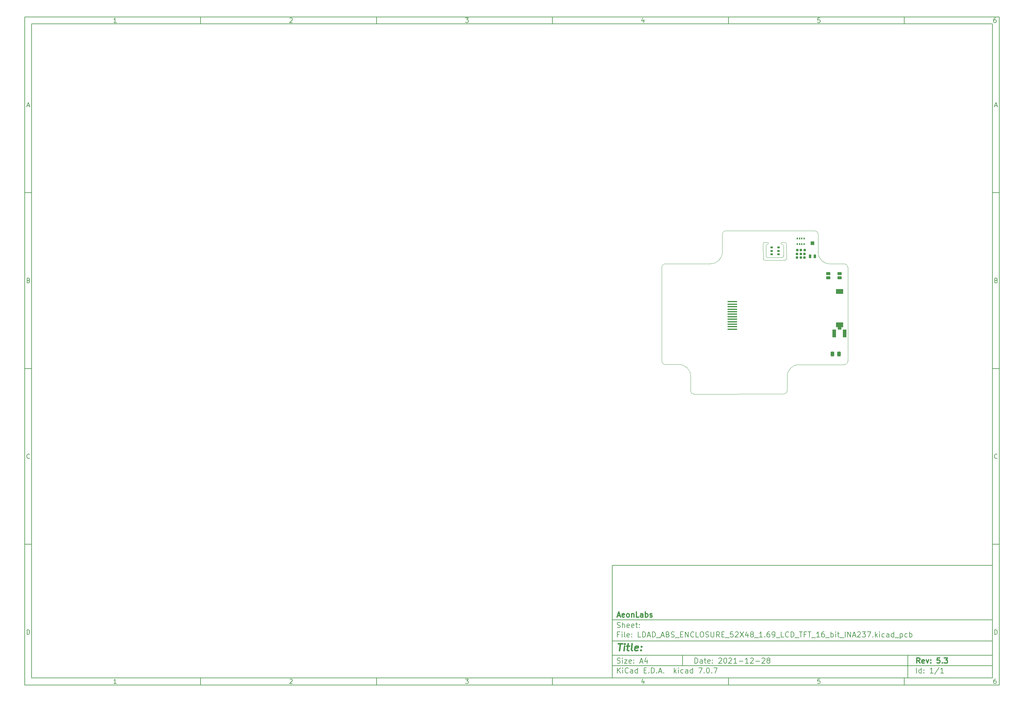
<source format=gbr>
G04 #@! TF.GenerationSoftware,KiCad,Pcbnew,7.0.7*
G04 #@! TF.CreationDate,2023-10-12T17:33:54+02:00*
G04 #@! TF.ProjectId,LDAD_ABS_ENCLOSURE_52X48_1.69_LCD_TFT_16_bit_INA237,4c444144-5f41-4425-935f-454e434c4f53,5.3*
G04 #@! TF.SameCoordinates,Original*
G04 #@! TF.FileFunction,Paste,Bot*
G04 #@! TF.FilePolarity,Positive*
%FSLAX46Y46*%
G04 Gerber Fmt 4.6, Leading zero omitted, Abs format (unit mm)*
G04 Created by KiCad (PCBNEW 7.0.7) date 2023-10-12 17:33:54*
%MOMM*%
%LPD*%
G01*
G04 APERTURE LIST*
G04 Aperture macros list*
%AMRoundRect*
0 Rectangle with rounded corners*
0 $1 Rounding radius*
0 $2 $3 $4 $5 $6 $7 $8 $9 X,Y pos of 4 corners*
0 Add a 4 corners polygon primitive as box body*
4,1,4,$2,$3,$4,$5,$6,$7,$8,$9,$2,$3,0*
0 Add four circle primitives for the rounded corners*
1,1,$1+$1,$2,$3*
1,1,$1+$1,$4,$5*
1,1,$1+$1,$6,$7*
1,1,$1+$1,$8,$9*
0 Add four rect primitives between the rounded corners*
20,1,$1+$1,$2,$3,$4,$5,0*
20,1,$1+$1,$4,$5,$6,$7,0*
20,1,$1+$1,$6,$7,$8,$9,0*
20,1,$1+$1,$8,$9,$2,$3,0*%
G04 Aperture macros list end*
%ADD10C,0.100000*%
%ADD11C,0.150000*%
%ADD12C,0.300000*%
%ADD13C,0.400000*%
%ADD14R,1.100000X2.250000*%
%ADD15R,1.050000X1.100000*%
%ADD16RoundRect,0.175000X-0.175000X0.175000X-0.175000X-0.175000X0.175000X-0.175000X0.175000X0.175000X0*%
%ADD17R,2.100000X1.400000*%
%ADD18R,0.800000X1.100000*%
%ADD19R,1.000000X1.100000*%
%ADD20RoundRect,0.037100X0.317900X0.227900X-0.317900X0.227900X-0.317900X-0.227900X0.317900X-0.227900X0*%
%ADD21RoundRect,0.124800X0.475200X0.275200X-0.475200X0.275200X-0.475200X-0.275200X0.475200X-0.275200X0*%
%ADD22R,2.800000X0.300000*%
%ADD23RoundRect,0.243750X0.243750X0.456250X-0.243750X0.456250X-0.243750X-0.456250X0.243750X-0.456250X0*%
%ADD24R,0.350000X0.500000*%
G04 #@! TA.AperFunction,Profile*
%ADD25C,0.100000*%
G04 #@! TD*
G04 #@! TA.AperFunction,Profile*
%ADD26C,0.120000*%
G04 #@! TD*
G04 APERTURE END LIST*
D10*
D11*
X177002200Y-166007200D02*
X285002200Y-166007200D01*
X285002200Y-198007200D01*
X177002200Y-198007200D01*
X177002200Y-166007200D01*
D10*
D11*
X10000000Y-10000000D02*
X287002200Y-10000000D01*
X287002200Y-200007200D01*
X10000000Y-200007200D01*
X10000000Y-10000000D01*
D10*
D11*
X12000000Y-12000000D02*
X285002200Y-12000000D01*
X285002200Y-198007200D01*
X12000000Y-198007200D01*
X12000000Y-12000000D01*
D10*
D11*
X60000000Y-12000000D02*
X60000000Y-10000000D01*
D10*
D11*
X110000000Y-12000000D02*
X110000000Y-10000000D01*
D10*
D11*
X160000000Y-12000000D02*
X160000000Y-10000000D01*
D10*
D11*
X210000000Y-12000000D02*
X210000000Y-10000000D01*
D10*
D11*
X260000000Y-12000000D02*
X260000000Y-10000000D01*
D10*
D11*
X36089160Y-11593604D02*
X35346303Y-11593604D01*
X35717731Y-11593604D02*
X35717731Y-10293604D01*
X35717731Y-10293604D02*
X35593922Y-10479319D01*
X35593922Y-10479319D02*
X35470112Y-10603128D01*
X35470112Y-10603128D02*
X35346303Y-10665033D01*
D10*
D11*
X85346303Y-10417414D02*
X85408207Y-10355509D01*
X85408207Y-10355509D02*
X85532017Y-10293604D01*
X85532017Y-10293604D02*
X85841541Y-10293604D01*
X85841541Y-10293604D02*
X85965350Y-10355509D01*
X85965350Y-10355509D02*
X86027255Y-10417414D01*
X86027255Y-10417414D02*
X86089160Y-10541223D01*
X86089160Y-10541223D02*
X86089160Y-10665033D01*
X86089160Y-10665033D02*
X86027255Y-10850747D01*
X86027255Y-10850747D02*
X85284398Y-11593604D01*
X85284398Y-11593604D02*
X86089160Y-11593604D01*
D10*
D11*
X135284398Y-10293604D02*
X136089160Y-10293604D01*
X136089160Y-10293604D02*
X135655826Y-10788842D01*
X135655826Y-10788842D02*
X135841541Y-10788842D01*
X135841541Y-10788842D02*
X135965350Y-10850747D01*
X135965350Y-10850747D02*
X136027255Y-10912652D01*
X136027255Y-10912652D02*
X136089160Y-11036461D01*
X136089160Y-11036461D02*
X136089160Y-11345985D01*
X136089160Y-11345985D02*
X136027255Y-11469795D01*
X136027255Y-11469795D02*
X135965350Y-11531700D01*
X135965350Y-11531700D02*
X135841541Y-11593604D01*
X135841541Y-11593604D02*
X135470112Y-11593604D01*
X135470112Y-11593604D02*
X135346303Y-11531700D01*
X135346303Y-11531700D02*
X135284398Y-11469795D01*
D10*
D11*
X185965350Y-10726938D02*
X185965350Y-11593604D01*
X185655826Y-10231700D02*
X185346303Y-11160271D01*
X185346303Y-11160271D02*
X186151064Y-11160271D01*
D10*
D11*
X236027255Y-10293604D02*
X235408207Y-10293604D01*
X235408207Y-10293604D02*
X235346303Y-10912652D01*
X235346303Y-10912652D02*
X235408207Y-10850747D01*
X235408207Y-10850747D02*
X235532017Y-10788842D01*
X235532017Y-10788842D02*
X235841541Y-10788842D01*
X235841541Y-10788842D02*
X235965350Y-10850747D01*
X235965350Y-10850747D02*
X236027255Y-10912652D01*
X236027255Y-10912652D02*
X236089160Y-11036461D01*
X236089160Y-11036461D02*
X236089160Y-11345985D01*
X236089160Y-11345985D02*
X236027255Y-11469795D01*
X236027255Y-11469795D02*
X235965350Y-11531700D01*
X235965350Y-11531700D02*
X235841541Y-11593604D01*
X235841541Y-11593604D02*
X235532017Y-11593604D01*
X235532017Y-11593604D02*
X235408207Y-11531700D01*
X235408207Y-11531700D02*
X235346303Y-11469795D01*
D10*
D11*
X285965350Y-10293604D02*
X285717731Y-10293604D01*
X285717731Y-10293604D02*
X285593922Y-10355509D01*
X285593922Y-10355509D02*
X285532017Y-10417414D01*
X285532017Y-10417414D02*
X285408207Y-10603128D01*
X285408207Y-10603128D02*
X285346303Y-10850747D01*
X285346303Y-10850747D02*
X285346303Y-11345985D01*
X285346303Y-11345985D02*
X285408207Y-11469795D01*
X285408207Y-11469795D02*
X285470112Y-11531700D01*
X285470112Y-11531700D02*
X285593922Y-11593604D01*
X285593922Y-11593604D02*
X285841541Y-11593604D01*
X285841541Y-11593604D02*
X285965350Y-11531700D01*
X285965350Y-11531700D02*
X286027255Y-11469795D01*
X286027255Y-11469795D02*
X286089160Y-11345985D01*
X286089160Y-11345985D02*
X286089160Y-11036461D01*
X286089160Y-11036461D02*
X286027255Y-10912652D01*
X286027255Y-10912652D02*
X285965350Y-10850747D01*
X285965350Y-10850747D02*
X285841541Y-10788842D01*
X285841541Y-10788842D02*
X285593922Y-10788842D01*
X285593922Y-10788842D02*
X285470112Y-10850747D01*
X285470112Y-10850747D02*
X285408207Y-10912652D01*
X285408207Y-10912652D02*
X285346303Y-11036461D01*
D10*
D11*
X60000000Y-198007200D02*
X60000000Y-200007200D01*
D10*
D11*
X110000000Y-198007200D02*
X110000000Y-200007200D01*
D10*
D11*
X160000000Y-198007200D02*
X160000000Y-200007200D01*
D10*
D11*
X210000000Y-198007200D02*
X210000000Y-200007200D01*
D10*
D11*
X260000000Y-198007200D02*
X260000000Y-200007200D01*
D10*
D11*
X36089160Y-199600804D02*
X35346303Y-199600804D01*
X35717731Y-199600804D02*
X35717731Y-198300804D01*
X35717731Y-198300804D02*
X35593922Y-198486519D01*
X35593922Y-198486519D02*
X35470112Y-198610328D01*
X35470112Y-198610328D02*
X35346303Y-198672233D01*
D10*
D11*
X85346303Y-198424614D02*
X85408207Y-198362709D01*
X85408207Y-198362709D02*
X85532017Y-198300804D01*
X85532017Y-198300804D02*
X85841541Y-198300804D01*
X85841541Y-198300804D02*
X85965350Y-198362709D01*
X85965350Y-198362709D02*
X86027255Y-198424614D01*
X86027255Y-198424614D02*
X86089160Y-198548423D01*
X86089160Y-198548423D02*
X86089160Y-198672233D01*
X86089160Y-198672233D02*
X86027255Y-198857947D01*
X86027255Y-198857947D02*
X85284398Y-199600804D01*
X85284398Y-199600804D02*
X86089160Y-199600804D01*
D10*
D11*
X135284398Y-198300804D02*
X136089160Y-198300804D01*
X136089160Y-198300804D02*
X135655826Y-198796042D01*
X135655826Y-198796042D02*
X135841541Y-198796042D01*
X135841541Y-198796042D02*
X135965350Y-198857947D01*
X135965350Y-198857947D02*
X136027255Y-198919852D01*
X136027255Y-198919852D02*
X136089160Y-199043661D01*
X136089160Y-199043661D02*
X136089160Y-199353185D01*
X136089160Y-199353185D02*
X136027255Y-199476995D01*
X136027255Y-199476995D02*
X135965350Y-199538900D01*
X135965350Y-199538900D02*
X135841541Y-199600804D01*
X135841541Y-199600804D02*
X135470112Y-199600804D01*
X135470112Y-199600804D02*
X135346303Y-199538900D01*
X135346303Y-199538900D02*
X135284398Y-199476995D01*
D10*
D11*
X185965350Y-198734138D02*
X185965350Y-199600804D01*
X185655826Y-198238900D02*
X185346303Y-199167471D01*
X185346303Y-199167471D02*
X186151064Y-199167471D01*
D10*
D11*
X236027255Y-198300804D02*
X235408207Y-198300804D01*
X235408207Y-198300804D02*
X235346303Y-198919852D01*
X235346303Y-198919852D02*
X235408207Y-198857947D01*
X235408207Y-198857947D02*
X235532017Y-198796042D01*
X235532017Y-198796042D02*
X235841541Y-198796042D01*
X235841541Y-198796042D02*
X235965350Y-198857947D01*
X235965350Y-198857947D02*
X236027255Y-198919852D01*
X236027255Y-198919852D02*
X236089160Y-199043661D01*
X236089160Y-199043661D02*
X236089160Y-199353185D01*
X236089160Y-199353185D02*
X236027255Y-199476995D01*
X236027255Y-199476995D02*
X235965350Y-199538900D01*
X235965350Y-199538900D02*
X235841541Y-199600804D01*
X235841541Y-199600804D02*
X235532017Y-199600804D01*
X235532017Y-199600804D02*
X235408207Y-199538900D01*
X235408207Y-199538900D02*
X235346303Y-199476995D01*
D10*
D11*
X285965350Y-198300804D02*
X285717731Y-198300804D01*
X285717731Y-198300804D02*
X285593922Y-198362709D01*
X285593922Y-198362709D02*
X285532017Y-198424614D01*
X285532017Y-198424614D02*
X285408207Y-198610328D01*
X285408207Y-198610328D02*
X285346303Y-198857947D01*
X285346303Y-198857947D02*
X285346303Y-199353185D01*
X285346303Y-199353185D02*
X285408207Y-199476995D01*
X285408207Y-199476995D02*
X285470112Y-199538900D01*
X285470112Y-199538900D02*
X285593922Y-199600804D01*
X285593922Y-199600804D02*
X285841541Y-199600804D01*
X285841541Y-199600804D02*
X285965350Y-199538900D01*
X285965350Y-199538900D02*
X286027255Y-199476995D01*
X286027255Y-199476995D02*
X286089160Y-199353185D01*
X286089160Y-199353185D02*
X286089160Y-199043661D01*
X286089160Y-199043661D02*
X286027255Y-198919852D01*
X286027255Y-198919852D02*
X285965350Y-198857947D01*
X285965350Y-198857947D02*
X285841541Y-198796042D01*
X285841541Y-198796042D02*
X285593922Y-198796042D01*
X285593922Y-198796042D02*
X285470112Y-198857947D01*
X285470112Y-198857947D02*
X285408207Y-198919852D01*
X285408207Y-198919852D02*
X285346303Y-199043661D01*
D10*
D11*
X10000000Y-60000000D02*
X12000000Y-60000000D01*
D10*
D11*
X10000000Y-110000000D02*
X12000000Y-110000000D01*
D10*
D11*
X10000000Y-160000000D02*
X12000000Y-160000000D01*
D10*
D11*
X10690476Y-35222176D02*
X11309523Y-35222176D01*
X10566666Y-35593604D02*
X10999999Y-34293604D01*
X10999999Y-34293604D02*
X11433333Y-35593604D01*
D10*
D11*
X11092857Y-84912652D02*
X11278571Y-84974557D01*
X11278571Y-84974557D02*
X11340476Y-85036461D01*
X11340476Y-85036461D02*
X11402380Y-85160271D01*
X11402380Y-85160271D02*
X11402380Y-85345985D01*
X11402380Y-85345985D02*
X11340476Y-85469795D01*
X11340476Y-85469795D02*
X11278571Y-85531700D01*
X11278571Y-85531700D02*
X11154761Y-85593604D01*
X11154761Y-85593604D02*
X10659523Y-85593604D01*
X10659523Y-85593604D02*
X10659523Y-84293604D01*
X10659523Y-84293604D02*
X11092857Y-84293604D01*
X11092857Y-84293604D02*
X11216666Y-84355509D01*
X11216666Y-84355509D02*
X11278571Y-84417414D01*
X11278571Y-84417414D02*
X11340476Y-84541223D01*
X11340476Y-84541223D02*
X11340476Y-84665033D01*
X11340476Y-84665033D02*
X11278571Y-84788842D01*
X11278571Y-84788842D02*
X11216666Y-84850747D01*
X11216666Y-84850747D02*
X11092857Y-84912652D01*
X11092857Y-84912652D02*
X10659523Y-84912652D01*
D10*
D11*
X11402380Y-135469795D02*
X11340476Y-135531700D01*
X11340476Y-135531700D02*
X11154761Y-135593604D01*
X11154761Y-135593604D02*
X11030952Y-135593604D01*
X11030952Y-135593604D02*
X10845238Y-135531700D01*
X10845238Y-135531700D02*
X10721428Y-135407890D01*
X10721428Y-135407890D02*
X10659523Y-135284080D01*
X10659523Y-135284080D02*
X10597619Y-135036461D01*
X10597619Y-135036461D02*
X10597619Y-134850747D01*
X10597619Y-134850747D02*
X10659523Y-134603128D01*
X10659523Y-134603128D02*
X10721428Y-134479319D01*
X10721428Y-134479319D02*
X10845238Y-134355509D01*
X10845238Y-134355509D02*
X11030952Y-134293604D01*
X11030952Y-134293604D02*
X11154761Y-134293604D01*
X11154761Y-134293604D02*
X11340476Y-134355509D01*
X11340476Y-134355509D02*
X11402380Y-134417414D01*
D10*
D11*
X10659523Y-185593604D02*
X10659523Y-184293604D01*
X10659523Y-184293604D02*
X10969047Y-184293604D01*
X10969047Y-184293604D02*
X11154761Y-184355509D01*
X11154761Y-184355509D02*
X11278571Y-184479319D01*
X11278571Y-184479319D02*
X11340476Y-184603128D01*
X11340476Y-184603128D02*
X11402380Y-184850747D01*
X11402380Y-184850747D02*
X11402380Y-185036461D01*
X11402380Y-185036461D02*
X11340476Y-185284080D01*
X11340476Y-185284080D02*
X11278571Y-185407890D01*
X11278571Y-185407890D02*
X11154761Y-185531700D01*
X11154761Y-185531700D02*
X10969047Y-185593604D01*
X10969047Y-185593604D02*
X10659523Y-185593604D01*
D10*
D11*
X287002200Y-60000000D02*
X285002200Y-60000000D01*
D10*
D11*
X287002200Y-110000000D02*
X285002200Y-110000000D01*
D10*
D11*
X287002200Y-160000000D02*
X285002200Y-160000000D01*
D10*
D11*
X285692676Y-35222176D02*
X286311723Y-35222176D01*
X285568866Y-35593604D02*
X286002199Y-34293604D01*
X286002199Y-34293604D02*
X286435533Y-35593604D01*
D10*
D11*
X286095057Y-84912652D02*
X286280771Y-84974557D01*
X286280771Y-84974557D02*
X286342676Y-85036461D01*
X286342676Y-85036461D02*
X286404580Y-85160271D01*
X286404580Y-85160271D02*
X286404580Y-85345985D01*
X286404580Y-85345985D02*
X286342676Y-85469795D01*
X286342676Y-85469795D02*
X286280771Y-85531700D01*
X286280771Y-85531700D02*
X286156961Y-85593604D01*
X286156961Y-85593604D02*
X285661723Y-85593604D01*
X285661723Y-85593604D02*
X285661723Y-84293604D01*
X285661723Y-84293604D02*
X286095057Y-84293604D01*
X286095057Y-84293604D02*
X286218866Y-84355509D01*
X286218866Y-84355509D02*
X286280771Y-84417414D01*
X286280771Y-84417414D02*
X286342676Y-84541223D01*
X286342676Y-84541223D02*
X286342676Y-84665033D01*
X286342676Y-84665033D02*
X286280771Y-84788842D01*
X286280771Y-84788842D02*
X286218866Y-84850747D01*
X286218866Y-84850747D02*
X286095057Y-84912652D01*
X286095057Y-84912652D02*
X285661723Y-84912652D01*
D10*
D11*
X286404580Y-135469795D02*
X286342676Y-135531700D01*
X286342676Y-135531700D02*
X286156961Y-135593604D01*
X286156961Y-135593604D02*
X286033152Y-135593604D01*
X286033152Y-135593604D02*
X285847438Y-135531700D01*
X285847438Y-135531700D02*
X285723628Y-135407890D01*
X285723628Y-135407890D02*
X285661723Y-135284080D01*
X285661723Y-135284080D02*
X285599819Y-135036461D01*
X285599819Y-135036461D02*
X285599819Y-134850747D01*
X285599819Y-134850747D02*
X285661723Y-134603128D01*
X285661723Y-134603128D02*
X285723628Y-134479319D01*
X285723628Y-134479319D02*
X285847438Y-134355509D01*
X285847438Y-134355509D02*
X286033152Y-134293604D01*
X286033152Y-134293604D02*
X286156961Y-134293604D01*
X286156961Y-134293604D02*
X286342676Y-134355509D01*
X286342676Y-134355509D02*
X286404580Y-134417414D01*
D10*
D11*
X285661723Y-185593604D02*
X285661723Y-184293604D01*
X285661723Y-184293604D02*
X285971247Y-184293604D01*
X285971247Y-184293604D02*
X286156961Y-184355509D01*
X286156961Y-184355509D02*
X286280771Y-184479319D01*
X286280771Y-184479319D02*
X286342676Y-184603128D01*
X286342676Y-184603128D02*
X286404580Y-184850747D01*
X286404580Y-184850747D02*
X286404580Y-185036461D01*
X286404580Y-185036461D02*
X286342676Y-185284080D01*
X286342676Y-185284080D02*
X286280771Y-185407890D01*
X286280771Y-185407890D02*
X286156961Y-185531700D01*
X286156961Y-185531700D02*
X285971247Y-185593604D01*
X285971247Y-185593604D02*
X285661723Y-185593604D01*
D10*
D11*
X200458026Y-193793328D02*
X200458026Y-192293328D01*
X200458026Y-192293328D02*
X200815169Y-192293328D01*
X200815169Y-192293328D02*
X201029455Y-192364757D01*
X201029455Y-192364757D02*
X201172312Y-192507614D01*
X201172312Y-192507614D02*
X201243741Y-192650471D01*
X201243741Y-192650471D02*
X201315169Y-192936185D01*
X201315169Y-192936185D02*
X201315169Y-193150471D01*
X201315169Y-193150471D02*
X201243741Y-193436185D01*
X201243741Y-193436185D02*
X201172312Y-193579042D01*
X201172312Y-193579042D02*
X201029455Y-193721900D01*
X201029455Y-193721900D02*
X200815169Y-193793328D01*
X200815169Y-193793328D02*
X200458026Y-193793328D01*
X202600884Y-193793328D02*
X202600884Y-193007614D01*
X202600884Y-193007614D02*
X202529455Y-192864757D01*
X202529455Y-192864757D02*
X202386598Y-192793328D01*
X202386598Y-192793328D02*
X202100884Y-192793328D01*
X202100884Y-192793328D02*
X201958026Y-192864757D01*
X202600884Y-193721900D02*
X202458026Y-193793328D01*
X202458026Y-193793328D02*
X202100884Y-193793328D01*
X202100884Y-193793328D02*
X201958026Y-193721900D01*
X201958026Y-193721900D02*
X201886598Y-193579042D01*
X201886598Y-193579042D02*
X201886598Y-193436185D01*
X201886598Y-193436185D02*
X201958026Y-193293328D01*
X201958026Y-193293328D02*
X202100884Y-193221900D01*
X202100884Y-193221900D02*
X202458026Y-193221900D01*
X202458026Y-193221900D02*
X202600884Y-193150471D01*
X203100884Y-192793328D02*
X203672312Y-192793328D01*
X203315169Y-192293328D02*
X203315169Y-193579042D01*
X203315169Y-193579042D02*
X203386598Y-193721900D01*
X203386598Y-193721900D02*
X203529455Y-193793328D01*
X203529455Y-193793328D02*
X203672312Y-193793328D01*
X204743741Y-193721900D02*
X204600884Y-193793328D01*
X204600884Y-193793328D02*
X204315170Y-193793328D01*
X204315170Y-193793328D02*
X204172312Y-193721900D01*
X204172312Y-193721900D02*
X204100884Y-193579042D01*
X204100884Y-193579042D02*
X204100884Y-193007614D01*
X204100884Y-193007614D02*
X204172312Y-192864757D01*
X204172312Y-192864757D02*
X204315170Y-192793328D01*
X204315170Y-192793328D02*
X204600884Y-192793328D01*
X204600884Y-192793328D02*
X204743741Y-192864757D01*
X204743741Y-192864757D02*
X204815170Y-193007614D01*
X204815170Y-193007614D02*
X204815170Y-193150471D01*
X204815170Y-193150471D02*
X204100884Y-193293328D01*
X205458026Y-193650471D02*
X205529455Y-193721900D01*
X205529455Y-193721900D02*
X205458026Y-193793328D01*
X205458026Y-193793328D02*
X205386598Y-193721900D01*
X205386598Y-193721900D02*
X205458026Y-193650471D01*
X205458026Y-193650471D02*
X205458026Y-193793328D01*
X205458026Y-192864757D02*
X205529455Y-192936185D01*
X205529455Y-192936185D02*
X205458026Y-193007614D01*
X205458026Y-193007614D02*
X205386598Y-192936185D01*
X205386598Y-192936185D02*
X205458026Y-192864757D01*
X205458026Y-192864757D02*
X205458026Y-193007614D01*
X207243741Y-192436185D02*
X207315169Y-192364757D01*
X207315169Y-192364757D02*
X207458027Y-192293328D01*
X207458027Y-192293328D02*
X207815169Y-192293328D01*
X207815169Y-192293328D02*
X207958027Y-192364757D01*
X207958027Y-192364757D02*
X208029455Y-192436185D01*
X208029455Y-192436185D02*
X208100884Y-192579042D01*
X208100884Y-192579042D02*
X208100884Y-192721900D01*
X208100884Y-192721900D02*
X208029455Y-192936185D01*
X208029455Y-192936185D02*
X207172312Y-193793328D01*
X207172312Y-193793328D02*
X208100884Y-193793328D01*
X209029455Y-192293328D02*
X209172312Y-192293328D01*
X209172312Y-192293328D02*
X209315169Y-192364757D01*
X209315169Y-192364757D02*
X209386598Y-192436185D01*
X209386598Y-192436185D02*
X209458026Y-192579042D01*
X209458026Y-192579042D02*
X209529455Y-192864757D01*
X209529455Y-192864757D02*
X209529455Y-193221900D01*
X209529455Y-193221900D02*
X209458026Y-193507614D01*
X209458026Y-193507614D02*
X209386598Y-193650471D01*
X209386598Y-193650471D02*
X209315169Y-193721900D01*
X209315169Y-193721900D02*
X209172312Y-193793328D01*
X209172312Y-193793328D02*
X209029455Y-193793328D01*
X209029455Y-193793328D02*
X208886598Y-193721900D01*
X208886598Y-193721900D02*
X208815169Y-193650471D01*
X208815169Y-193650471D02*
X208743740Y-193507614D01*
X208743740Y-193507614D02*
X208672312Y-193221900D01*
X208672312Y-193221900D02*
X208672312Y-192864757D01*
X208672312Y-192864757D02*
X208743740Y-192579042D01*
X208743740Y-192579042D02*
X208815169Y-192436185D01*
X208815169Y-192436185D02*
X208886598Y-192364757D01*
X208886598Y-192364757D02*
X209029455Y-192293328D01*
X210100883Y-192436185D02*
X210172311Y-192364757D01*
X210172311Y-192364757D02*
X210315169Y-192293328D01*
X210315169Y-192293328D02*
X210672311Y-192293328D01*
X210672311Y-192293328D02*
X210815169Y-192364757D01*
X210815169Y-192364757D02*
X210886597Y-192436185D01*
X210886597Y-192436185D02*
X210958026Y-192579042D01*
X210958026Y-192579042D02*
X210958026Y-192721900D01*
X210958026Y-192721900D02*
X210886597Y-192936185D01*
X210886597Y-192936185D02*
X210029454Y-193793328D01*
X210029454Y-193793328D02*
X210958026Y-193793328D01*
X212386597Y-193793328D02*
X211529454Y-193793328D01*
X211958025Y-193793328D02*
X211958025Y-192293328D01*
X211958025Y-192293328D02*
X211815168Y-192507614D01*
X211815168Y-192507614D02*
X211672311Y-192650471D01*
X211672311Y-192650471D02*
X211529454Y-192721900D01*
X213029453Y-193221900D02*
X214172311Y-193221900D01*
X215672311Y-193793328D02*
X214815168Y-193793328D01*
X215243739Y-193793328D02*
X215243739Y-192293328D01*
X215243739Y-192293328D02*
X215100882Y-192507614D01*
X215100882Y-192507614D02*
X214958025Y-192650471D01*
X214958025Y-192650471D02*
X214815168Y-192721900D01*
X216243739Y-192436185D02*
X216315167Y-192364757D01*
X216315167Y-192364757D02*
X216458025Y-192293328D01*
X216458025Y-192293328D02*
X216815167Y-192293328D01*
X216815167Y-192293328D02*
X216958025Y-192364757D01*
X216958025Y-192364757D02*
X217029453Y-192436185D01*
X217029453Y-192436185D02*
X217100882Y-192579042D01*
X217100882Y-192579042D02*
X217100882Y-192721900D01*
X217100882Y-192721900D02*
X217029453Y-192936185D01*
X217029453Y-192936185D02*
X216172310Y-193793328D01*
X216172310Y-193793328D02*
X217100882Y-193793328D01*
X217743738Y-193221900D02*
X218886596Y-193221900D01*
X219529453Y-192436185D02*
X219600881Y-192364757D01*
X219600881Y-192364757D02*
X219743739Y-192293328D01*
X219743739Y-192293328D02*
X220100881Y-192293328D01*
X220100881Y-192293328D02*
X220243739Y-192364757D01*
X220243739Y-192364757D02*
X220315167Y-192436185D01*
X220315167Y-192436185D02*
X220386596Y-192579042D01*
X220386596Y-192579042D02*
X220386596Y-192721900D01*
X220386596Y-192721900D02*
X220315167Y-192936185D01*
X220315167Y-192936185D02*
X219458024Y-193793328D01*
X219458024Y-193793328D02*
X220386596Y-193793328D01*
X221243738Y-192936185D02*
X221100881Y-192864757D01*
X221100881Y-192864757D02*
X221029452Y-192793328D01*
X221029452Y-192793328D02*
X220958024Y-192650471D01*
X220958024Y-192650471D02*
X220958024Y-192579042D01*
X220958024Y-192579042D02*
X221029452Y-192436185D01*
X221029452Y-192436185D02*
X221100881Y-192364757D01*
X221100881Y-192364757D02*
X221243738Y-192293328D01*
X221243738Y-192293328D02*
X221529452Y-192293328D01*
X221529452Y-192293328D02*
X221672310Y-192364757D01*
X221672310Y-192364757D02*
X221743738Y-192436185D01*
X221743738Y-192436185D02*
X221815167Y-192579042D01*
X221815167Y-192579042D02*
X221815167Y-192650471D01*
X221815167Y-192650471D02*
X221743738Y-192793328D01*
X221743738Y-192793328D02*
X221672310Y-192864757D01*
X221672310Y-192864757D02*
X221529452Y-192936185D01*
X221529452Y-192936185D02*
X221243738Y-192936185D01*
X221243738Y-192936185D02*
X221100881Y-193007614D01*
X221100881Y-193007614D02*
X221029452Y-193079042D01*
X221029452Y-193079042D02*
X220958024Y-193221900D01*
X220958024Y-193221900D02*
X220958024Y-193507614D01*
X220958024Y-193507614D02*
X221029452Y-193650471D01*
X221029452Y-193650471D02*
X221100881Y-193721900D01*
X221100881Y-193721900D02*
X221243738Y-193793328D01*
X221243738Y-193793328D02*
X221529452Y-193793328D01*
X221529452Y-193793328D02*
X221672310Y-193721900D01*
X221672310Y-193721900D02*
X221743738Y-193650471D01*
X221743738Y-193650471D02*
X221815167Y-193507614D01*
X221815167Y-193507614D02*
X221815167Y-193221900D01*
X221815167Y-193221900D02*
X221743738Y-193079042D01*
X221743738Y-193079042D02*
X221672310Y-193007614D01*
X221672310Y-193007614D02*
X221529452Y-192936185D01*
D10*
D11*
X177002200Y-194507200D02*
X285002200Y-194507200D01*
D10*
D11*
X178458026Y-196593328D02*
X178458026Y-195093328D01*
X179315169Y-196593328D02*
X178672312Y-195736185D01*
X179315169Y-195093328D02*
X178458026Y-195950471D01*
X179958026Y-196593328D02*
X179958026Y-195593328D01*
X179958026Y-195093328D02*
X179886598Y-195164757D01*
X179886598Y-195164757D02*
X179958026Y-195236185D01*
X179958026Y-195236185D02*
X180029455Y-195164757D01*
X180029455Y-195164757D02*
X179958026Y-195093328D01*
X179958026Y-195093328D02*
X179958026Y-195236185D01*
X181529455Y-196450471D02*
X181458027Y-196521900D01*
X181458027Y-196521900D02*
X181243741Y-196593328D01*
X181243741Y-196593328D02*
X181100884Y-196593328D01*
X181100884Y-196593328D02*
X180886598Y-196521900D01*
X180886598Y-196521900D02*
X180743741Y-196379042D01*
X180743741Y-196379042D02*
X180672312Y-196236185D01*
X180672312Y-196236185D02*
X180600884Y-195950471D01*
X180600884Y-195950471D02*
X180600884Y-195736185D01*
X180600884Y-195736185D02*
X180672312Y-195450471D01*
X180672312Y-195450471D02*
X180743741Y-195307614D01*
X180743741Y-195307614D02*
X180886598Y-195164757D01*
X180886598Y-195164757D02*
X181100884Y-195093328D01*
X181100884Y-195093328D02*
X181243741Y-195093328D01*
X181243741Y-195093328D02*
X181458027Y-195164757D01*
X181458027Y-195164757D02*
X181529455Y-195236185D01*
X182815170Y-196593328D02*
X182815170Y-195807614D01*
X182815170Y-195807614D02*
X182743741Y-195664757D01*
X182743741Y-195664757D02*
X182600884Y-195593328D01*
X182600884Y-195593328D02*
X182315170Y-195593328D01*
X182315170Y-195593328D02*
X182172312Y-195664757D01*
X182815170Y-196521900D02*
X182672312Y-196593328D01*
X182672312Y-196593328D02*
X182315170Y-196593328D01*
X182315170Y-196593328D02*
X182172312Y-196521900D01*
X182172312Y-196521900D02*
X182100884Y-196379042D01*
X182100884Y-196379042D02*
X182100884Y-196236185D01*
X182100884Y-196236185D02*
X182172312Y-196093328D01*
X182172312Y-196093328D02*
X182315170Y-196021900D01*
X182315170Y-196021900D02*
X182672312Y-196021900D01*
X182672312Y-196021900D02*
X182815170Y-195950471D01*
X184172313Y-196593328D02*
X184172313Y-195093328D01*
X184172313Y-196521900D02*
X184029455Y-196593328D01*
X184029455Y-196593328D02*
X183743741Y-196593328D01*
X183743741Y-196593328D02*
X183600884Y-196521900D01*
X183600884Y-196521900D02*
X183529455Y-196450471D01*
X183529455Y-196450471D02*
X183458027Y-196307614D01*
X183458027Y-196307614D02*
X183458027Y-195879042D01*
X183458027Y-195879042D02*
X183529455Y-195736185D01*
X183529455Y-195736185D02*
X183600884Y-195664757D01*
X183600884Y-195664757D02*
X183743741Y-195593328D01*
X183743741Y-195593328D02*
X184029455Y-195593328D01*
X184029455Y-195593328D02*
X184172313Y-195664757D01*
X186029455Y-195807614D02*
X186529455Y-195807614D01*
X186743741Y-196593328D02*
X186029455Y-196593328D01*
X186029455Y-196593328D02*
X186029455Y-195093328D01*
X186029455Y-195093328D02*
X186743741Y-195093328D01*
X187386598Y-196450471D02*
X187458027Y-196521900D01*
X187458027Y-196521900D02*
X187386598Y-196593328D01*
X187386598Y-196593328D02*
X187315170Y-196521900D01*
X187315170Y-196521900D02*
X187386598Y-196450471D01*
X187386598Y-196450471D02*
X187386598Y-196593328D01*
X188100884Y-196593328D02*
X188100884Y-195093328D01*
X188100884Y-195093328D02*
X188458027Y-195093328D01*
X188458027Y-195093328D02*
X188672313Y-195164757D01*
X188672313Y-195164757D02*
X188815170Y-195307614D01*
X188815170Y-195307614D02*
X188886599Y-195450471D01*
X188886599Y-195450471D02*
X188958027Y-195736185D01*
X188958027Y-195736185D02*
X188958027Y-195950471D01*
X188958027Y-195950471D02*
X188886599Y-196236185D01*
X188886599Y-196236185D02*
X188815170Y-196379042D01*
X188815170Y-196379042D02*
X188672313Y-196521900D01*
X188672313Y-196521900D02*
X188458027Y-196593328D01*
X188458027Y-196593328D02*
X188100884Y-196593328D01*
X189600884Y-196450471D02*
X189672313Y-196521900D01*
X189672313Y-196521900D02*
X189600884Y-196593328D01*
X189600884Y-196593328D02*
X189529456Y-196521900D01*
X189529456Y-196521900D02*
X189600884Y-196450471D01*
X189600884Y-196450471D02*
X189600884Y-196593328D01*
X190243742Y-196164757D02*
X190958028Y-196164757D01*
X190100885Y-196593328D02*
X190600885Y-195093328D01*
X190600885Y-195093328D02*
X191100885Y-196593328D01*
X191600884Y-196450471D02*
X191672313Y-196521900D01*
X191672313Y-196521900D02*
X191600884Y-196593328D01*
X191600884Y-196593328D02*
X191529456Y-196521900D01*
X191529456Y-196521900D02*
X191600884Y-196450471D01*
X191600884Y-196450471D02*
X191600884Y-196593328D01*
X194600884Y-196593328D02*
X194600884Y-195093328D01*
X194743742Y-196021900D02*
X195172313Y-196593328D01*
X195172313Y-195593328D02*
X194600884Y-196164757D01*
X195815170Y-196593328D02*
X195815170Y-195593328D01*
X195815170Y-195093328D02*
X195743742Y-195164757D01*
X195743742Y-195164757D02*
X195815170Y-195236185D01*
X195815170Y-195236185D02*
X195886599Y-195164757D01*
X195886599Y-195164757D02*
X195815170Y-195093328D01*
X195815170Y-195093328D02*
X195815170Y-195236185D01*
X197172314Y-196521900D02*
X197029456Y-196593328D01*
X197029456Y-196593328D02*
X196743742Y-196593328D01*
X196743742Y-196593328D02*
X196600885Y-196521900D01*
X196600885Y-196521900D02*
X196529456Y-196450471D01*
X196529456Y-196450471D02*
X196458028Y-196307614D01*
X196458028Y-196307614D02*
X196458028Y-195879042D01*
X196458028Y-195879042D02*
X196529456Y-195736185D01*
X196529456Y-195736185D02*
X196600885Y-195664757D01*
X196600885Y-195664757D02*
X196743742Y-195593328D01*
X196743742Y-195593328D02*
X197029456Y-195593328D01*
X197029456Y-195593328D02*
X197172314Y-195664757D01*
X198458028Y-196593328D02*
X198458028Y-195807614D01*
X198458028Y-195807614D02*
X198386599Y-195664757D01*
X198386599Y-195664757D02*
X198243742Y-195593328D01*
X198243742Y-195593328D02*
X197958028Y-195593328D01*
X197958028Y-195593328D02*
X197815170Y-195664757D01*
X198458028Y-196521900D02*
X198315170Y-196593328D01*
X198315170Y-196593328D02*
X197958028Y-196593328D01*
X197958028Y-196593328D02*
X197815170Y-196521900D01*
X197815170Y-196521900D02*
X197743742Y-196379042D01*
X197743742Y-196379042D02*
X197743742Y-196236185D01*
X197743742Y-196236185D02*
X197815170Y-196093328D01*
X197815170Y-196093328D02*
X197958028Y-196021900D01*
X197958028Y-196021900D02*
X198315170Y-196021900D01*
X198315170Y-196021900D02*
X198458028Y-195950471D01*
X199815171Y-196593328D02*
X199815171Y-195093328D01*
X199815171Y-196521900D02*
X199672313Y-196593328D01*
X199672313Y-196593328D02*
X199386599Y-196593328D01*
X199386599Y-196593328D02*
X199243742Y-196521900D01*
X199243742Y-196521900D02*
X199172313Y-196450471D01*
X199172313Y-196450471D02*
X199100885Y-196307614D01*
X199100885Y-196307614D02*
X199100885Y-195879042D01*
X199100885Y-195879042D02*
X199172313Y-195736185D01*
X199172313Y-195736185D02*
X199243742Y-195664757D01*
X199243742Y-195664757D02*
X199386599Y-195593328D01*
X199386599Y-195593328D02*
X199672313Y-195593328D01*
X199672313Y-195593328D02*
X199815171Y-195664757D01*
X201529456Y-195093328D02*
X202529456Y-195093328D01*
X202529456Y-195093328D02*
X201886599Y-196593328D01*
X203100884Y-196450471D02*
X203172313Y-196521900D01*
X203172313Y-196521900D02*
X203100884Y-196593328D01*
X203100884Y-196593328D02*
X203029456Y-196521900D01*
X203029456Y-196521900D02*
X203100884Y-196450471D01*
X203100884Y-196450471D02*
X203100884Y-196593328D01*
X204100885Y-195093328D02*
X204243742Y-195093328D01*
X204243742Y-195093328D02*
X204386599Y-195164757D01*
X204386599Y-195164757D02*
X204458028Y-195236185D01*
X204458028Y-195236185D02*
X204529456Y-195379042D01*
X204529456Y-195379042D02*
X204600885Y-195664757D01*
X204600885Y-195664757D02*
X204600885Y-196021900D01*
X204600885Y-196021900D02*
X204529456Y-196307614D01*
X204529456Y-196307614D02*
X204458028Y-196450471D01*
X204458028Y-196450471D02*
X204386599Y-196521900D01*
X204386599Y-196521900D02*
X204243742Y-196593328D01*
X204243742Y-196593328D02*
X204100885Y-196593328D01*
X204100885Y-196593328D02*
X203958028Y-196521900D01*
X203958028Y-196521900D02*
X203886599Y-196450471D01*
X203886599Y-196450471D02*
X203815170Y-196307614D01*
X203815170Y-196307614D02*
X203743742Y-196021900D01*
X203743742Y-196021900D02*
X203743742Y-195664757D01*
X203743742Y-195664757D02*
X203815170Y-195379042D01*
X203815170Y-195379042D02*
X203886599Y-195236185D01*
X203886599Y-195236185D02*
X203958028Y-195164757D01*
X203958028Y-195164757D02*
X204100885Y-195093328D01*
X205243741Y-196450471D02*
X205315170Y-196521900D01*
X205315170Y-196521900D02*
X205243741Y-196593328D01*
X205243741Y-196593328D02*
X205172313Y-196521900D01*
X205172313Y-196521900D02*
X205243741Y-196450471D01*
X205243741Y-196450471D02*
X205243741Y-196593328D01*
X205815170Y-195093328D02*
X206815170Y-195093328D01*
X206815170Y-195093328D02*
X206172313Y-196593328D01*
D10*
D11*
X177002200Y-191507200D02*
X285002200Y-191507200D01*
D10*
D12*
X264413853Y-193785528D02*
X263913853Y-193071242D01*
X263556710Y-193785528D02*
X263556710Y-192285528D01*
X263556710Y-192285528D02*
X264128139Y-192285528D01*
X264128139Y-192285528D02*
X264270996Y-192356957D01*
X264270996Y-192356957D02*
X264342425Y-192428385D01*
X264342425Y-192428385D02*
X264413853Y-192571242D01*
X264413853Y-192571242D02*
X264413853Y-192785528D01*
X264413853Y-192785528D02*
X264342425Y-192928385D01*
X264342425Y-192928385D02*
X264270996Y-192999814D01*
X264270996Y-192999814D02*
X264128139Y-193071242D01*
X264128139Y-193071242D02*
X263556710Y-193071242D01*
X265628139Y-193714100D02*
X265485282Y-193785528D01*
X265485282Y-193785528D02*
X265199568Y-193785528D01*
X265199568Y-193785528D02*
X265056710Y-193714100D01*
X265056710Y-193714100D02*
X264985282Y-193571242D01*
X264985282Y-193571242D02*
X264985282Y-192999814D01*
X264985282Y-192999814D02*
X265056710Y-192856957D01*
X265056710Y-192856957D02*
X265199568Y-192785528D01*
X265199568Y-192785528D02*
X265485282Y-192785528D01*
X265485282Y-192785528D02*
X265628139Y-192856957D01*
X265628139Y-192856957D02*
X265699568Y-192999814D01*
X265699568Y-192999814D02*
X265699568Y-193142671D01*
X265699568Y-193142671D02*
X264985282Y-193285528D01*
X266199567Y-192785528D02*
X266556710Y-193785528D01*
X266556710Y-193785528D02*
X266913853Y-192785528D01*
X267485281Y-193642671D02*
X267556710Y-193714100D01*
X267556710Y-193714100D02*
X267485281Y-193785528D01*
X267485281Y-193785528D02*
X267413853Y-193714100D01*
X267413853Y-193714100D02*
X267485281Y-193642671D01*
X267485281Y-193642671D02*
X267485281Y-193785528D01*
X267485281Y-192856957D02*
X267556710Y-192928385D01*
X267556710Y-192928385D02*
X267485281Y-192999814D01*
X267485281Y-192999814D02*
X267413853Y-192928385D01*
X267413853Y-192928385D02*
X267485281Y-192856957D01*
X267485281Y-192856957D02*
X267485281Y-192999814D01*
X270056710Y-192285528D02*
X269342424Y-192285528D01*
X269342424Y-192285528D02*
X269270996Y-192999814D01*
X269270996Y-192999814D02*
X269342424Y-192928385D01*
X269342424Y-192928385D02*
X269485282Y-192856957D01*
X269485282Y-192856957D02*
X269842424Y-192856957D01*
X269842424Y-192856957D02*
X269985282Y-192928385D01*
X269985282Y-192928385D02*
X270056710Y-192999814D01*
X270056710Y-192999814D02*
X270128139Y-193142671D01*
X270128139Y-193142671D02*
X270128139Y-193499814D01*
X270128139Y-193499814D02*
X270056710Y-193642671D01*
X270056710Y-193642671D02*
X269985282Y-193714100D01*
X269985282Y-193714100D02*
X269842424Y-193785528D01*
X269842424Y-193785528D02*
X269485282Y-193785528D01*
X269485282Y-193785528D02*
X269342424Y-193714100D01*
X269342424Y-193714100D02*
X269270996Y-193642671D01*
X270770995Y-193642671D02*
X270842424Y-193714100D01*
X270842424Y-193714100D02*
X270770995Y-193785528D01*
X270770995Y-193785528D02*
X270699567Y-193714100D01*
X270699567Y-193714100D02*
X270770995Y-193642671D01*
X270770995Y-193642671D02*
X270770995Y-193785528D01*
X271342424Y-192285528D02*
X272270996Y-192285528D01*
X272270996Y-192285528D02*
X271770996Y-192856957D01*
X271770996Y-192856957D02*
X271985281Y-192856957D01*
X271985281Y-192856957D02*
X272128139Y-192928385D01*
X272128139Y-192928385D02*
X272199567Y-192999814D01*
X272199567Y-192999814D02*
X272270996Y-193142671D01*
X272270996Y-193142671D02*
X272270996Y-193499814D01*
X272270996Y-193499814D02*
X272199567Y-193642671D01*
X272199567Y-193642671D02*
X272128139Y-193714100D01*
X272128139Y-193714100D02*
X271985281Y-193785528D01*
X271985281Y-193785528D02*
X271556710Y-193785528D01*
X271556710Y-193785528D02*
X271413853Y-193714100D01*
X271413853Y-193714100D02*
X271342424Y-193642671D01*
D10*
D11*
X178386598Y-193721900D02*
X178600884Y-193793328D01*
X178600884Y-193793328D02*
X178958026Y-193793328D01*
X178958026Y-193793328D02*
X179100884Y-193721900D01*
X179100884Y-193721900D02*
X179172312Y-193650471D01*
X179172312Y-193650471D02*
X179243741Y-193507614D01*
X179243741Y-193507614D02*
X179243741Y-193364757D01*
X179243741Y-193364757D02*
X179172312Y-193221900D01*
X179172312Y-193221900D02*
X179100884Y-193150471D01*
X179100884Y-193150471D02*
X178958026Y-193079042D01*
X178958026Y-193079042D02*
X178672312Y-193007614D01*
X178672312Y-193007614D02*
X178529455Y-192936185D01*
X178529455Y-192936185D02*
X178458026Y-192864757D01*
X178458026Y-192864757D02*
X178386598Y-192721900D01*
X178386598Y-192721900D02*
X178386598Y-192579042D01*
X178386598Y-192579042D02*
X178458026Y-192436185D01*
X178458026Y-192436185D02*
X178529455Y-192364757D01*
X178529455Y-192364757D02*
X178672312Y-192293328D01*
X178672312Y-192293328D02*
X179029455Y-192293328D01*
X179029455Y-192293328D02*
X179243741Y-192364757D01*
X179886597Y-193793328D02*
X179886597Y-192793328D01*
X179886597Y-192293328D02*
X179815169Y-192364757D01*
X179815169Y-192364757D02*
X179886597Y-192436185D01*
X179886597Y-192436185D02*
X179958026Y-192364757D01*
X179958026Y-192364757D02*
X179886597Y-192293328D01*
X179886597Y-192293328D02*
X179886597Y-192436185D01*
X180458026Y-192793328D02*
X181243741Y-192793328D01*
X181243741Y-192793328D02*
X180458026Y-193793328D01*
X180458026Y-193793328D02*
X181243741Y-193793328D01*
X182386598Y-193721900D02*
X182243741Y-193793328D01*
X182243741Y-193793328D02*
X181958027Y-193793328D01*
X181958027Y-193793328D02*
X181815169Y-193721900D01*
X181815169Y-193721900D02*
X181743741Y-193579042D01*
X181743741Y-193579042D02*
X181743741Y-193007614D01*
X181743741Y-193007614D02*
X181815169Y-192864757D01*
X181815169Y-192864757D02*
X181958027Y-192793328D01*
X181958027Y-192793328D02*
X182243741Y-192793328D01*
X182243741Y-192793328D02*
X182386598Y-192864757D01*
X182386598Y-192864757D02*
X182458027Y-193007614D01*
X182458027Y-193007614D02*
X182458027Y-193150471D01*
X182458027Y-193150471D02*
X181743741Y-193293328D01*
X183100883Y-193650471D02*
X183172312Y-193721900D01*
X183172312Y-193721900D02*
X183100883Y-193793328D01*
X183100883Y-193793328D02*
X183029455Y-193721900D01*
X183029455Y-193721900D02*
X183100883Y-193650471D01*
X183100883Y-193650471D02*
X183100883Y-193793328D01*
X183100883Y-192864757D02*
X183172312Y-192936185D01*
X183172312Y-192936185D02*
X183100883Y-193007614D01*
X183100883Y-193007614D02*
X183029455Y-192936185D01*
X183029455Y-192936185D02*
X183100883Y-192864757D01*
X183100883Y-192864757D02*
X183100883Y-193007614D01*
X184886598Y-193364757D02*
X185600884Y-193364757D01*
X184743741Y-193793328D02*
X185243741Y-192293328D01*
X185243741Y-192293328D02*
X185743741Y-193793328D01*
X186886598Y-192793328D02*
X186886598Y-193793328D01*
X186529455Y-192221900D02*
X186172312Y-193293328D01*
X186172312Y-193293328D02*
X187100883Y-193293328D01*
D10*
D11*
X263458026Y-196593328D02*
X263458026Y-195093328D01*
X264815170Y-196593328D02*
X264815170Y-195093328D01*
X264815170Y-196521900D02*
X264672312Y-196593328D01*
X264672312Y-196593328D02*
X264386598Y-196593328D01*
X264386598Y-196593328D02*
X264243741Y-196521900D01*
X264243741Y-196521900D02*
X264172312Y-196450471D01*
X264172312Y-196450471D02*
X264100884Y-196307614D01*
X264100884Y-196307614D02*
X264100884Y-195879042D01*
X264100884Y-195879042D02*
X264172312Y-195736185D01*
X264172312Y-195736185D02*
X264243741Y-195664757D01*
X264243741Y-195664757D02*
X264386598Y-195593328D01*
X264386598Y-195593328D02*
X264672312Y-195593328D01*
X264672312Y-195593328D02*
X264815170Y-195664757D01*
X265529455Y-196450471D02*
X265600884Y-196521900D01*
X265600884Y-196521900D02*
X265529455Y-196593328D01*
X265529455Y-196593328D02*
X265458027Y-196521900D01*
X265458027Y-196521900D02*
X265529455Y-196450471D01*
X265529455Y-196450471D02*
X265529455Y-196593328D01*
X265529455Y-195664757D02*
X265600884Y-195736185D01*
X265600884Y-195736185D02*
X265529455Y-195807614D01*
X265529455Y-195807614D02*
X265458027Y-195736185D01*
X265458027Y-195736185D02*
X265529455Y-195664757D01*
X265529455Y-195664757D02*
X265529455Y-195807614D01*
X268172313Y-196593328D02*
X267315170Y-196593328D01*
X267743741Y-196593328D02*
X267743741Y-195093328D01*
X267743741Y-195093328D02*
X267600884Y-195307614D01*
X267600884Y-195307614D02*
X267458027Y-195450471D01*
X267458027Y-195450471D02*
X267315170Y-195521900D01*
X269886598Y-195021900D02*
X268600884Y-196950471D01*
X271172313Y-196593328D02*
X270315170Y-196593328D01*
X270743741Y-196593328D02*
X270743741Y-195093328D01*
X270743741Y-195093328D02*
X270600884Y-195307614D01*
X270600884Y-195307614D02*
X270458027Y-195450471D01*
X270458027Y-195450471D02*
X270315170Y-195521900D01*
D10*
D11*
X177002200Y-187507200D02*
X285002200Y-187507200D01*
D10*
D13*
X178693928Y-188211638D02*
X179836785Y-188211638D01*
X179015357Y-190211638D02*
X179265357Y-188211638D01*
X180253452Y-190211638D02*
X180420119Y-188878304D01*
X180503452Y-188211638D02*
X180396309Y-188306876D01*
X180396309Y-188306876D02*
X180479643Y-188402114D01*
X180479643Y-188402114D02*
X180586786Y-188306876D01*
X180586786Y-188306876D02*
X180503452Y-188211638D01*
X180503452Y-188211638D02*
X180479643Y-188402114D01*
X181086786Y-188878304D02*
X181848690Y-188878304D01*
X181455833Y-188211638D02*
X181241548Y-189925923D01*
X181241548Y-189925923D02*
X181312976Y-190116400D01*
X181312976Y-190116400D02*
X181491548Y-190211638D01*
X181491548Y-190211638D02*
X181682024Y-190211638D01*
X182634405Y-190211638D02*
X182455833Y-190116400D01*
X182455833Y-190116400D02*
X182384405Y-189925923D01*
X182384405Y-189925923D02*
X182598690Y-188211638D01*
X184170119Y-190116400D02*
X183967738Y-190211638D01*
X183967738Y-190211638D02*
X183586785Y-190211638D01*
X183586785Y-190211638D02*
X183408214Y-190116400D01*
X183408214Y-190116400D02*
X183336785Y-189925923D01*
X183336785Y-189925923D02*
X183432024Y-189164019D01*
X183432024Y-189164019D02*
X183551071Y-188973542D01*
X183551071Y-188973542D02*
X183753452Y-188878304D01*
X183753452Y-188878304D02*
X184134404Y-188878304D01*
X184134404Y-188878304D02*
X184312976Y-188973542D01*
X184312976Y-188973542D02*
X184384404Y-189164019D01*
X184384404Y-189164019D02*
X184360595Y-189354495D01*
X184360595Y-189354495D02*
X183384404Y-189544971D01*
X185134405Y-190021161D02*
X185217738Y-190116400D01*
X185217738Y-190116400D02*
X185110595Y-190211638D01*
X185110595Y-190211638D02*
X185027262Y-190116400D01*
X185027262Y-190116400D02*
X185134405Y-190021161D01*
X185134405Y-190021161D02*
X185110595Y-190211638D01*
X185265357Y-188973542D02*
X185348690Y-189068780D01*
X185348690Y-189068780D02*
X185241548Y-189164019D01*
X185241548Y-189164019D02*
X185158214Y-189068780D01*
X185158214Y-189068780D02*
X185265357Y-188973542D01*
X185265357Y-188973542D02*
X185241548Y-189164019D01*
D10*
D11*
X178958026Y-185607614D02*
X178458026Y-185607614D01*
X178458026Y-186393328D02*
X178458026Y-184893328D01*
X178458026Y-184893328D02*
X179172312Y-184893328D01*
X179743740Y-186393328D02*
X179743740Y-185393328D01*
X179743740Y-184893328D02*
X179672312Y-184964757D01*
X179672312Y-184964757D02*
X179743740Y-185036185D01*
X179743740Y-185036185D02*
X179815169Y-184964757D01*
X179815169Y-184964757D02*
X179743740Y-184893328D01*
X179743740Y-184893328D02*
X179743740Y-185036185D01*
X180672312Y-186393328D02*
X180529455Y-186321900D01*
X180529455Y-186321900D02*
X180458026Y-186179042D01*
X180458026Y-186179042D02*
X180458026Y-184893328D01*
X181815169Y-186321900D02*
X181672312Y-186393328D01*
X181672312Y-186393328D02*
X181386598Y-186393328D01*
X181386598Y-186393328D02*
X181243740Y-186321900D01*
X181243740Y-186321900D02*
X181172312Y-186179042D01*
X181172312Y-186179042D02*
X181172312Y-185607614D01*
X181172312Y-185607614D02*
X181243740Y-185464757D01*
X181243740Y-185464757D02*
X181386598Y-185393328D01*
X181386598Y-185393328D02*
X181672312Y-185393328D01*
X181672312Y-185393328D02*
X181815169Y-185464757D01*
X181815169Y-185464757D02*
X181886598Y-185607614D01*
X181886598Y-185607614D02*
X181886598Y-185750471D01*
X181886598Y-185750471D02*
X181172312Y-185893328D01*
X182529454Y-186250471D02*
X182600883Y-186321900D01*
X182600883Y-186321900D02*
X182529454Y-186393328D01*
X182529454Y-186393328D02*
X182458026Y-186321900D01*
X182458026Y-186321900D02*
X182529454Y-186250471D01*
X182529454Y-186250471D02*
X182529454Y-186393328D01*
X182529454Y-185464757D02*
X182600883Y-185536185D01*
X182600883Y-185536185D02*
X182529454Y-185607614D01*
X182529454Y-185607614D02*
X182458026Y-185536185D01*
X182458026Y-185536185D02*
X182529454Y-185464757D01*
X182529454Y-185464757D02*
X182529454Y-185607614D01*
X185100883Y-186393328D02*
X184386597Y-186393328D01*
X184386597Y-186393328D02*
X184386597Y-184893328D01*
X185600883Y-186393328D02*
X185600883Y-184893328D01*
X185600883Y-184893328D02*
X185958026Y-184893328D01*
X185958026Y-184893328D02*
X186172312Y-184964757D01*
X186172312Y-184964757D02*
X186315169Y-185107614D01*
X186315169Y-185107614D02*
X186386598Y-185250471D01*
X186386598Y-185250471D02*
X186458026Y-185536185D01*
X186458026Y-185536185D02*
X186458026Y-185750471D01*
X186458026Y-185750471D02*
X186386598Y-186036185D01*
X186386598Y-186036185D02*
X186315169Y-186179042D01*
X186315169Y-186179042D02*
X186172312Y-186321900D01*
X186172312Y-186321900D02*
X185958026Y-186393328D01*
X185958026Y-186393328D02*
X185600883Y-186393328D01*
X187029455Y-185964757D02*
X187743741Y-185964757D01*
X186886598Y-186393328D02*
X187386598Y-184893328D01*
X187386598Y-184893328D02*
X187886598Y-186393328D01*
X188386597Y-186393328D02*
X188386597Y-184893328D01*
X188386597Y-184893328D02*
X188743740Y-184893328D01*
X188743740Y-184893328D02*
X188958026Y-184964757D01*
X188958026Y-184964757D02*
X189100883Y-185107614D01*
X189100883Y-185107614D02*
X189172312Y-185250471D01*
X189172312Y-185250471D02*
X189243740Y-185536185D01*
X189243740Y-185536185D02*
X189243740Y-185750471D01*
X189243740Y-185750471D02*
X189172312Y-186036185D01*
X189172312Y-186036185D02*
X189100883Y-186179042D01*
X189100883Y-186179042D02*
X188958026Y-186321900D01*
X188958026Y-186321900D02*
X188743740Y-186393328D01*
X188743740Y-186393328D02*
X188386597Y-186393328D01*
X189529455Y-186536185D02*
X190672312Y-186536185D01*
X190958026Y-185964757D02*
X191672312Y-185964757D01*
X190815169Y-186393328D02*
X191315169Y-184893328D01*
X191315169Y-184893328D02*
X191815169Y-186393328D01*
X192815168Y-185607614D02*
X193029454Y-185679042D01*
X193029454Y-185679042D02*
X193100883Y-185750471D01*
X193100883Y-185750471D02*
X193172311Y-185893328D01*
X193172311Y-185893328D02*
X193172311Y-186107614D01*
X193172311Y-186107614D02*
X193100883Y-186250471D01*
X193100883Y-186250471D02*
X193029454Y-186321900D01*
X193029454Y-186321900D02*
X192886597Y-186393328D01*
X192886597Y-186393328D02*
X192315168Y-186393328D01*
X192315168Y-186393328D02*
X192315168Y-184893328D01*
X192315168Y-184893328D02*
X192815168Y-184893328D01*
X192815168Y-184893328D02*
X192958026Y-184964757D01*
X192958026Y-184964757D02*
X193029454Y-185036185D01*
X193029454Y-185036185D02*
X193100883Y-185179042D01*
X193100883Y-185179042D02*
X193100883Y-185321900D01*
X193100883Y-185321900D02*
X193029454Y-185464757D01*
X193029454Y-185464757D02*
X192958026Y-185536185D01*
X192958026Y-185536185D02*
X192815168Y-185607614D01*
X192815168Y-185607614D02*
X192315168Y-185607614D01*
X193743740Y-186321900D02*
X193958026Y-186393328D01*
X193958026Y-186393328D02*
X194315168Y-186393328D01*
X194315168Y-186393328D02*
X194458026Y-186321900D01*
X194458026Y-186321900D02*
X194529454Y-186250471D01*
X194529454Y-186250471D02*
X194600883Y-186107614D01*
X194600883Y-186107614D02*
X194600883Y-185964757D01*
X194600883Y-185964757D02*
X194529454Y-185821900D01*
X194529454Y-185821900D02*
X194458026Y-185750471D01*
X194458026Y-185750471D02*
X194315168Y-185679042D01*
X194315168Y-185679042D02*
X194029454Y-185607614D01*
X194029454Y-185607614D02*
X193886597Y-185536185D01*
X193886597Y-185536185D02*
X193815168Y-185464757D01*
X193815168Y-185464757D02*
X193743740Y-185321900D01*
X193743740Y-185321900D02*
X193743740Y-185179042D01*
X193743740Y-185179042D02*
X193815168Y-185036185D01*
X193815168Y-185036185D02*
X193886597Y-184964757D01*
X193886597Y-184964757D02*
X194029454Y-184893328D01*
X194029454Y-184893328D02*
X194386597Y-184893328D01*
X194386597Y-184893328D02*
X194600883Y-184964757D01*
X194886597Y-186536185D02*
X196029454Y-186536185D01*
X196386596Y-185607614D02*
X196886596Y-185607614D01*
X197100882Y-186393328D02*
X196386596Y-186393328D01*
X196386596Y-186393328D02*
X196386596Y-184893328D01*
X196386596Y-184893328D02*
X197100882Y-184893328D01*
X197743739Y-186393328D02*
X197743739Y-184893328D01*
X197743739Y-184893328D02*
X198600882Y-186393328D01*
X198600882Y-186393328D02*
X198600882Y-184893328D01*
X200172311Y-186250471D02*
X200100883Y-186321900D01*
X200100883Y-186321900D02*
X199886597Y-186393328D01*
X199886597Y-186393328D02*
X199743740Y-186393328D01*
X199743740Y-186393328D02*
X199529454Y-186321900D01*
X199529454Y-186321900D02*
X199386597Y-186179042D01*
X199386597Y-186179042D02*
X199315168Y-186036185D01*
X199315168Y-186036185D02*
X199243740Y-185750471D01*
X199243740Y-185750471D02*
X199243740Y-185536185D01*
X199243740Y-185536185D02*
X199315168Y-185250471D01*
X199315168Y-185250471D02*
X199386597Y-185107614D01*
X199386597Y-185107614D02*
X199529454Y-184964757D01*
X199529454Y-184964757D02*
X199743740Y-184893328D01*
X199743740Y-184893328D02*
X199886597Y-184893328D01*
X199886597Y-184893328D02*
X200100883Y-184964757D01*
X200100883Y-184964757D02*
X200172311Y-185036185D01*
X201529454Y-186393328D02*
X200815168Y-186393328D01*
X200815168Y-186393328D02*
X200815168Y-184893328D01*
X202315169Y-184893328D02*
X202600883Y-184893328D01*
X202600883Y-184893328D02*
X202743740Y-184964757D01*
X202743740Y-184964757D02*
X202886597Y-185107614D01*
X202886597Y-185107614D02*
X202958026Y-185393328D01*
X202958026Y-185393328D02*
X202958026Y-185893328D01*
X202958026Y-185893328D02*
X202886597Y-186179042D01*
X202886597Y-186179042D02*
X202743740Y-186321900D01*
X202743740Y-186321900D02*
X202600883Y-186393328D01*
X202600883Y-186393328D02*
X202315169Y-186393328D01*
X202315169Y-186393328D02*
X202172312Y-186321900D01*
X202172312Y-186321900D02*
X202029454Y-186179042D01*
X202029454Y-186179042D02*
X201958026Y-185893328D01*
X201958026Y-185893328D02*
X201958026Y-185393328D01*
X201958026Y-185393328D02*
X202029454Y-185107614D01*
X202029454Y-185107614D02*
X202172312Y-184964757D01*
X202172312Y-184964757D02*
X202315169Y-184893328D01*
X203529455Y-186321900D02*
X203743741Y-186393328D01*
X203743741Y-186393328D02*
X204100883Y-186393328D01*
X204100883Y-186393328D02*
X204243741Y-186321900D01*
X204243741Y-186321900D02*
X204315169Y-186250471D01*
X204315169Y-186250471D02*
X204386598Y-186107614D01*
X204386598Y-186107614D02*
X204386598Y-185964757D01*
X204386598Y-185964757D02*
X204315169Y-185821900D01*
X204315169Y-185821900D02*
X204243741Y-185750471D01*
X204243741Y-185750471D02*
X204100883Y-185679042D01*
X204100883Y-185679042D02*
X203815169Y-185607614D01*
X203815169Y-185607614D02*
X203672312Y-185536185D01*
X203672312Y-185536185D02*
X203600883Y-185464757D01*
X203600883Y-185464757D02*
X203529455Y-185321900D01*
X203529455Y-185321900D02*
X203529455Y-185179042D01*
X203529455Y-185179042D02*
X203600883Y-185036185D01*
X203600883Y-185036185D02*
X203672312Y-184964757D01*
X203672312Y-184964757D02*
X203815169Y-184893328D01*
X203815169Y-184893328D02*
X204172312Y-184893328D01*
X204172312Y-184893328D02*
X204386598Y-184964757D01*
X205029454Y-184893328D02*
X205029454Y-186107614D01*
X205029454Y-186107614D02*
X205100883Y-186250471D01*
X205100883Y-186250471D02*
X205172312Y-186321900D01*
X205172312Y-186321900D02*
X205315169Y-186393328D01*
X205315169Y-186393328D02*
X205600883Y-186393328D01*
X205600883Y-186393328D02*
X205743740Y-186321900D01*
X205743740Y-186321900D02*
X205815169Y-186250471D01*
X205815169Y-186250471D02*
X205886597Y-186107614D01*
X205886597Y-186107614D02*
X205886597Y-184893328D01*
X207458026Y-186393328D02*
X206958026Y-185679042D01*
X206600883Y-186393328D02*
X206600883Y-184893328D01*
X206600883Y-184893328D02*
X207172312Y-184893328D01*
X207172312Y-184893328D02*
X207315169Y-184964757D01*
X207315169Y-184964757D02*
X207386598Y-185036185D01*
X207386598Y-185036185D02*
X207458026Y-185179042D01*
X207458026Y-185179042D02*
X207458026Y-185393328D01*
X207458026Y-185393328D02*
X207386598Y-185536185D01*
X207386598Y-185536185D02*
X207315169Y-185607614D01*
X207315169Y-185607614D02*
X207172312Y-185679042D01*
X207172312Y-185679042D02*
X206600883Y-185679042D01*
X208100883Y-185607614D02*
X208600883Y-185607614D01*
X208815169Y-186393328D02*
X208100883Y-186393328D01*
X208100883Y-186393328D02*
X208100883Y-184893328D01*
X208100883Y-184893328D02*
X208815169Y-184893328D01*
X209100884Y-186536185D02*
X210243741Y-186536185D01*
X211315169Y-184893328D02*
X210600883Y-184893328D01*
X210600883Y-184893328D02*
X210529455Y-185607614D01*
X210529455Y-185607614D02*
X210600883Y-185536185D01*
X210600883Y-185536185D02*
X210743741Y-185464757D01*
X210743741Y-185464757D02*
X211100883Y-185464757D01*
X211100883Y-185464757D02*
X211243741Y-185536185D01*
X211243741Y-185536185D02*
X211315169Y-185607614D01*
X211315169Y-185607614D02*
X211386598Y-185750471D01*
X211386598Y-185750471D02*
X211386598Y-186107614D01*
X211386598Y-186107614D02*
X211315169Y-186250471D01*
X211315169Y-186250471D02*
X211243741Y-186321900D01*
X211243741Y-186321900D02*
X211100883Y-186393328D01*
X211100883Y-186393328D02*
X210743741Y-186393328D01*
X210743741Y-186393328D02*
X210600883Y-186321900D01*
X210600883Y-186321900D02*
X210529455Y-186250471D01*
X211958026Y-185036185D02*
X212029454Y-184964757D01*
X212029454Y-184964757D02*
X212172312Y-184893328D01*
X212172312Y-184893328D02*
X212529454Y-184893328D01*
X212529454Y-184893328D02*
X212672312Y-184964757D01*
X212672312Y-184964757D02*
X212743740Y-185036185D01*
X212743740Y-185036185D02*
X212815169Y-185179042D01*
X212815169Y-185179042D02*
X212815169Y-185321900D01*
X212815169Y-185321900D02*
X212743740Y-185536185D01*
X212743740Y-185536185D02*
X211886597Y-186393328D01*
X211886597Y-186393328D02*
X212815169Y-186393328D01*
X213315168Y-184893328D02*
X214315168Y-186393328D01*
X214315168Y-184893328D02*
X213315168Y-186393328D01*
X215529454Y-185393328D02*
X215529454Y-186393328D01*
X215172311Y-184821900D02*
X214815168Y-185893328D01*
X214815168Y-185893328D02*
X215743739Y-185893328D01*
X216529453Y-185536185D02*
X216386596Y-185464757D01*
X216386596Y-185464757D02*
X216315167Y-185393328D01*
X216315167Y-185393328D02*
X216243739Y-185250471D01*
X216243739Y-185250471D02*
X216243739Y-185179042D01*
X216243739Y-185179042D02*
X216315167Y-185036185D01*
X216315167Y-185036185D02*
X216386596Y-184964757D01*
X216386596Y-184964757D02*
X216529453Y-184893328D01*
X216529453Y-184893328D02*
X216815167Y-184893328D01*
X216815167Y-184893328D02*
X216958025Y-184964757D01*
X216958025Y-184964757D02*
X217029453Y-185036185D01*
X217029453Y-185036185D02*
X217100882Y-185179042D01*
X217100882Y-185179042D02*
X217100882Y-185250471D01*
X217100882Y-185250471D02*
X217029453Y-185393328D01*
X217029453Y-185393328D02*
X216958025Y-185464757D01*
X216958025Y-185464757D02*
X216815167Y-185536185D01*
X216815167Y-185536185D02*
X216529453Y-185536185D01*
X216529453Y-185536185D02*
X216386596Y-185607614D01*
X216386596Y-185607614D02*
X216315167Y-185679042D01*
X216315167Y-185679042D02*
X216243739Y-185821900D01*
X216243739Y-185821900D02*
X216243739Y-186107614D01*
X216243739Y-186107614D02*
X216315167Y-186250471D01*
X216315167Y-186250471D02*
X216386596Y-186321900D01*
X216386596Y-186321900D02*
X216529453Y-186393328D01*
X216529453Y-186393328D02*
X216815167Y-186393328D01*
X216815167Y-186393328D02*
X216958025Y-186321900D01*
X216958025Y-186321900D02*
X217029453Y-186250471D01*
X217029453Y-186250471D02*
X217100882Y-186107614D01*
X217100882Y-186107614D02*
X217100882Y-185821900D01*
X217100882Y-185821900D02*
X217029453Y-185679042D01*
X217029453Y-185679042D02*
X216958025Y-185607614D01*
X216958025Y-185607614D02*
X216815167Y-185536185D01*
X217386596Y-186536185D02*
X218529453Y-186536185D01*
X219672310Y-186393328D02*
X218815167Y-186393328D01*
X219243738Y-186393328D02*
X219243738Y-184893328D01*
X219243738Y-184893328D02*
X219100881Y-185107614D01*
X219100881Y-185107614D02*
X218958024Y-185250471D01*
X218958024Y-185250471D02*
X218815167Y-185321900D01*
X220315166Y-186250471D02*
X220386595Y-186321900D01*
X220386595Y-186321900D02*
X220315166Y-186393328D01*
X220315166Y-186393328D02*
X220243738Y-186321900D01*
X220243738Y-186321900D02*
X220315166Y-186250471D01*
X220315166Y-186250471D02*
X220315166Y-186393328D01*
X221672310Y-184893328D02*
X221386595Y-184893328D01*
X221386595Y-184893328D02*
X221243738Y-184964757D01*
X221243738Y-184964757D02*
X221172310Y-185036185D01*
X221172310Y-185036185D02*
X221029452Y-185250471D01*
X221029452Y-185250471D02*
X220958024Y-185536185D01*
X220958024Y-185536185D02*
X220958024Y-186107614D01*
X220958024Y-186107614D02*
X221029452Y-186250471D01*
X221029452Y-186250471D02*
X221100881Y-186321900D01*
X221100881Y-186321900D02*
X221243738Y-186393328D01*
X221243738Y-186393328D02*
X221529452Y-186393328D01*
X221529452Y-186393328D02*
X221672310Y-186321900D01*
X221672310Y-186321900D02*
X221743738Y-186250471D01*
X221743738Y-186250471D02*
X221815167Y-186107614D01*
X221815167Y-186107614D02*
X221815167Y-185750471D01*
X221815167Y-185750471D02*
X221743738Y-185607614D01*
X221743738Y-185607614D02*
X221672310Y-185536185D01*
X221672310Y-185536185D02*
X221529452Y-185464757D01*
X221529452Y-185464757D02*
X221243738Y-185464757D01*
X221243738Y-185464757D02*
X221100881Y-185536185D01*
X221100881Y-185536185D02*
X221029452Y-185607614D01*
X221029452Y-185607614D02*
X220958024Y-185750471D01*
X222529452Y-186393328D02*
X222815166Y-186393328D01*
X222815166Y-186393328D02*
X222958023Y-186321900D01*
X222958023Y-186321900D02*
X223029452Y-186250471D01*
X223029452Y-186250471D02*
X223172309Y-186036185D01*
X223172309Y-186036185D02*
X223243738Y-185750471D01*
X223243738Y-185750471D02*
X223243738Y-185179042D01*
X223243738Y-185179042D02*
X223172309Y-185036185D01*
X223172309Y-185036185D02*
X223100881Y-184964757D01*
X223100881Y-184964757D02*
X222958023Y-184893328D01*
X222958023Y-184893328D02*
X222672309Y-184893328D01*
X222672309Y-184893328D02*
X222529452Y-184964757D01*
X222529452Y-184964757D02*
X222458023Y-185036185D01*
X222458023Y-185036185D02*
X222386595Y-185179042D01*
X222386595Y-185179042D02*
X222386595Y-185536185D01*
X222386595Y-185536185D02*
X222458023Y-185679042D01*
X222458023Y-185679042D02*
X222529452Y-185750471D01*
X222529452Y-185750471D02*
X222672309Y-185821900D01*
X222672309Y-185821900D02*
X222958023Y-185821900D01*
X222958023Y-185821900D02*
X223100881Y-185750471D01*
X223100881Y-185750471D02*
X223172309Y-185679042D01*
X223172309Y-185679042D02*
X223243738Y-185536185D01*
X223529452Y-186536185D02*
X224672309Y-186536185D01*
X225743737Y-186393328D02*
X225029451Y-186393328D01*
X225029451Y-186393328D02*
X225029451Y-184893328D01*
X227100880Y-186250471D02*
X227029452Y-186321900D01*
X227029452Y-186321900D02*
X226815166Y-186393328D01*
X226815166Y-186393328D02*
X226672309Y-186393328D01*
X226672309Y-186393328D02*
X226458023Y-186321900D01*
X226458023Y-186321900D02*
X226315166Y-186179042D01*
X226315166Y-186179042D02*
X226243737Y-186036185D01*
X226243737Y-186036185D02*
X226172309Y-185750471D01*
X226172309Y-185750471D02*
X226172309Y-185536185D01*
X226172309Y-185536185D02*
X226243737Y-185250471D01*
X226243737Y-185250471D02*
X226315166Y-185107614D01*
X226315166Y-185107614D02*
X226458023Y-184964757D01*
X226458023Y-184964757D02*
X226672309Y-184893328D01*
X226672309Y-184893328D02*
X226815166Y-184893328D01*
X226815166Y-184893328D02*
X227029452Y-184964757D01*
X227029452Y-184964757D02*
X227100880Y-185036185D01*
X227743737Y-186393328D02*
X227743737Y-184893328D01*
X227743737Y-184893328D02*
X228100880Y-184893328D01*
X228100880Y-184893328D02*
X228315166Y-184964757D01*
X228315166Y-184964757D02*
X228458023Y-185107614D01*
X228458023Y-185107614D02*
X228529452Y-185250471D01*
X228529452Y-185250471D02*
X228600880Y-185536185D01*
X228600880Y-185536185D02*
X228600880Y-185750471D01*
X228600880Y-185750471D02*
X228529452Y-186036185D01*
X228529452Y-186036185D02*
X228458023Y-186179042D01*
X228458023Y-186179042D02*
X228315166Y-186321900D01*
X228315166Y-186321900D02*
X228100880Y-186393328D01*
X228100880Y-186393328D02*
X227743737Y-186393328D01*
X228886595Y-186536185D02*
X230029452Y-186536185D01*
X230172309Y-184893328D02*
X231029452Y-184893328D01*
X230600880Y-186393328D02*
X230600880Y-184893328D01*
X232029451Y-185607614D02*
X231529451Y-185607614D01*
X231529451Y-186393328D02*
X231529451Y-184893328D01*
X231529451Y-184893328D02*
X232243737Y-184893328D01*
X232600880Y-184893328D02*
X233458023Y-184893328D01*
X233029451Y-186393328D02*
X233029451Y-184893328D01*
X233600880Y-186536185D02*
X234743737Y-186536185D01*
X235886594Y-186393328D02*
X235029451Y-186393328D01*
X235458022Y-186393328D02*
X235458022Y-184893328D01*
X235458022Y-184893328D02*
X235315165Y-185107614D01*
X235315165Y-185107614D02*
X235172308Y-185250471D01*
X235172308Y-185250471D02*
X235029451Y-185321900D01*
X237172308Y-184893328D02*
X236886593Y-184893328D01*
X236886593Y-184893328D02*
X236743736Y-184964757D01*
X236743736Y-184964757D02*
X236672308Y-185036185D01*
X236672308Y-185036185D02*
X236529450Y-185250471D01*
X236529450Y-185250471D02*
X236458022Y-185536185D01*
X236458022Y-185536185D02*
X236458022Y-186107614D01*
X236458022Y-186107614D02*
X236529450Y-186250471D01*
X236529450Y-186250471D02*
X236600879Y-186321900D01*
X236600879Y-186321900D02*
X236743736Y-186393328D01*
X236743736Y-186393328D02*
X237029450Y-186393328D01*
X237029450Y-186393328D02*
X237172308Y-186321900D01*
X237172308Y-186321900D02*
X237243736Y-186250471D01*
X237243736Y-186250471D02*
X237315165Y-186107614D01*
X237315165Y-186107614D02*
X237315165Y-185750471D01*
X237315165Y-185750471D02*
X237243736Y-185607614D01*
X237243736Y-185607614D02*
X237172308Y-185536185D01*
X237172308Y-185536185D02*
X237029450Y-185464757D01*
X237029450Y-185464757D02*
X236743736Y-185464757D01*
X236743736Y-185464757D02*
X236600879Y-185536185D01*
X236600879Y-185536185D02*
X236529450Y-185607614D01*
X236529450Y-185607614D02*
X236458022Y-185750471D01*
X237600879Y-186536185D02*
X238743736Y-186536185D01*
X239100878Y-186393328D02*
X239100878Y-184893328D01*
X239100878Y-185464757D02*
X239243736Y-185393328D01*
X239243736Y-185393328D02*
X239529450Y-185393328D01*
X239529450Y-185393328D02*
X239672307Y-185464757D01*
X239672307Y-185464757D02*
X239743736Y-185536185D01*
X239743736Y-185536185D02*
X239815164Y-185679042D01*
X239815164Y-185679042D02*
X239815164Y-186107614D01*
X239815164Y-186107614D02*
X239743736Y-186250471D01*
X239743736Y-186250471D02*
X239672307Y-186321900D01*
X239672307Y-186321900D02*
X239529450Y-186393328D01*
X239529450Y-186393328D02*
X239243736Y-186393328D01*
X239243736Y-186393328D02*
X239100878Y-186321900D01*
X240458021Y-186393328D02*
X240458021Y-185393328D01*
X240458021Y-184893328D02*
X240386593Y-184964757D01*
X240386593Y-184964757D02*
X240458021Y-185036185D01*
X240458021Y-185036185D02*
X240529450Y-184964757D01*
X240529450Y-184964757D02*
X240458021Y-184893328D01*
X240458021Y-184893328D02*
X240458021Y-185036185D01*
X240958022Y-185393328D02*
X241529450Y-185393328D01*
X241172307Y-184893328D02*
X241172307Y-186179042D01*
X241172307Y-186179042D02*
X241243736Y-186321900D01*
X241243736Y-186321900D02*
X241386593Y-186393328D01*
X241386593Y-186393328D02*
X241529450Y-186393328D01*
X241672308Y-186536185D02*
X242815165Y-186536185D01*
X243172307Y-186393328D02*
X243172307Y-184893328D01*
X243886593Y-186393328D02*
X243886593Y-184893328D01*
X243886593Y-184893328D02*
X244743736Y-186393328D01*
X244743736Y-186393328D02*
X244743736Y-184893328D01*
X245386594Y-185964757D02*
X246100880Y-185964757D01*
X245243737Y-186393328D02*
X245743737Y-184893328D01*
X245743737Y-184893328D02*
X246243737Y-186393328D01*
X246672308Y-185036185D02*
X246743736Y-184964757D01*
X246743736Y-184964757D02*
X246886594Y-184893328D01*
X246886594Y-184893328D02*
X247243736Y-184893328D01*
X247243736Y-184893328D02*
X247386594Y-184964757D01*
X247386594Y-184964757D02*
X247458022Y-185036185D01*
X247458022Y-185036185D02*
X247529451Y-185179042D01*
X247529451Y-185179042D02*
X247529451Y-185321900D01*
X247529451Y-185321900D02*
X247458022Y-185536185D01*
X247458022Y-185536185D02*
X246600879Y-186393328D01*
X246600879Y-186393328D02*
X247529451Y-186393328D01*
X248029450Y-184893328D02*
X248958022Y-184893328D01*
X248958022Y-184893328D02*
X248458022Y-185464757D01*
X248458022Y-185464757D02*
X248672307Y-185464757D01*
X248672307Y-185464757D02*
X248815165Y-185536185D01*
X248815165Y-185536185D02*
X248886593Y-185607614D01*
X248886593Y-185607614D02*
X248958022Y-185750471D01*
X248958022Y-185750471D02*
X248958022Y-186107614D01*
X248958022Y-186107614D02*
X248886593Y-186250471D01*
X248886593Y-186250471D02*
X248815165Y-186321900D01*
X248815165Y-186321900D02*
X248672307Y-186393328D01*
X248672307Y-186393328D02*
X248243736Y-186393328D01*
X248243736Y-186393328D02*
X248100879Y-186321900D01*
X248100879Y-186321900D02*
X248029450Y-186250471D01*
X249458021Y-184893328D02*
X250458021Y-184893328D01*
X250458021Y-184893328D02*
X249815164Y-186393328D01*
X251029449Y-186250471D02*
X251100878Y-186321900D01*
X251100878Y-186321900D02*
X251029449Y-186393328D01*
X251029449Y-186393328D02*
X250958021Y-186321900D01*
X250958021Y-186321900D02*
X251029449Y-186250471D01*
X251029449Y-186250471D02*
X251029449Y-186393328D01*
X251743735Y-186393328D02*
X251743735Y-184893328D01*
X251886593Y-185821900D02*
X252315164Y-186393328D01*
X252315164Y-185393328D02*
X251743735Y-185964757D01*
X252958021Y-186393328D02*
X252958021Y-185393328D01*
X252958021Y-184893328D02*
X252886593Y-184964757D01*
X252886593Y-184964757D02*
X252958021Y-185036185D01*
X252958021Y-185036185D02*
X253029450Y-184964757D01*
X253029450Y-184964757D02*
X252958021Y-184893328D01*
X252958021Y-184893328D02*
X252958021Y-185036185D01*
X254315165Y-186321900D02*
X254172307Y-186393328D01*
X254172307Y-186393328D02*
X253886593Y-186393328D01*
X253886593Y-186393328D02*
X253743736Y-186321900D01*
X253743736Y-186321900D02*
X253672307Y-186250471D01*
X253672307Y-186250471D02*
X253600879Y-186107614D01*
X253600879Y-186107614D02*
X253600879Y-185679042D01*
X253600879Y-185679042D02*
X253672307Y-185536185D01*
X253672307Y-185536185D02*
X253743736Y-185464757D01*
X253743736Y-185464757D02*
X253886593Y-185393328D01*
X253886593Y-185393328D02*
X254172307Y-185393328D01*
X254172307Y-185393328D02*
X254315165Y-185464757D01*
X255600879Y-186393328D02*
X255600879Y-185607614D01*
X255600879Y-185607614D02*
X255529450Y-185464757D01*
X255529450Y-185464757D02*
X255386593Y-185393328D01*
X255386593Y-185393328D02*
X255100879Y-185393328D01*
X255100879Y-185393328D02*
X254958021Y-185464757D01*
X255600879Y-186321900D02*
X255458021Y-186393328D01*
X255458021Y-186393328D02*
X255100879Y-186393328D01*
X255100879Y-186393328D02*
X254958021Y-186321900D01*
X254958021Y-186321900D02*
X254886593Y-186179042D01*
X254886593Y-186179042D02*
X254886593Y-186036185D01*
X254886593Y-186036185D02*
X254958021Y-185893328D01*
X254958021Y-185893328D02*
X255100879Y-185821900D01*
X255100879Y-185821900D02*
X255458021Y-185821900D01*
X255458021Y-185821900D02*
X255600879Y-185750471D01*
X256958022Y-186393328D02*
X256958022Y-184893328D01*
X256958022Y-186321900D02*
X256815164Y-186393328D01*
X256815164Y-186393328D02*
X256529450Y-186393328D01*
X256529450Y-186393328D02*
X256386593Y-186321900D01*
X256386593Y-186321900D02*
X256315164Y-186250471D01*
X256315164Y-186250471D02*
X256243736Y-186107614D01*
X256243736Y-186107614D02*
X256243736Y-185679042D01*
X256243736Y-185679042D02*
X256315164Y-185536185D01*
X256315164Y-185536185D02*
X256386593Y-185464757D01*
X256386593Y-185464757D02*
X256529450Y-185393328D01*
X256529450Y-185393328D02*
X256815164Y-185393328D01*
X256815164Y-185393328D02*
X256958022Y-185464757D01*
X257315165Y-186536185D02*
X258458022Y-186536185D01*
X258815164Y-185393328D02*
X258815164Y-186893328D01*
X258815164Y-185464757D02*
X258958022Y-185393328D01*
X258958022Y-185393328D02*
X259243736Y-185393328D01*
X259243736Y-185393328D02*
X259386593Y-185464757D01*
X259386593Y-185464757D02*
X259458022Y-185536185D01*
X259458022Y-185536185D02*
X259529450Y-185679042D01*
X259529450Y-185679042D02*
X259529450Y-186107614D01*
X259529450Y-186107614D02*
X259458022Y-186250471D01*
X259458022Y-186250471D02*
X259386593Y-186321900D01*
X259386593Y-186321900D02*
X259243736Y-186393328D01*
X259243736Y-186393328D02*
X258958022Y-186393328D01*
X258958022Y-186393328D02*
X258815164Y-186321900D01*
X260815165Y-186321900D02*
X260672307Y-186393328D01*
X260672307Y-186393328D02*
X260386593Y-186393328D01*
X260386593Y-186393328D02*
X260243736Y-186321900D01*
X260243736Y-186321900D02*
X260172307Y-186250471D01*
X260172307Y-186250471D02*
X260100879Y-186107614D01*
X260100879Y-186107614D02*
X260100879Y-185679042D01*
X260100879Y-185679042D02*
X260172307Y-185536185D01*
X260172307Y-185536185D02*
X260243736Y-185464757D01*
X260243736Y-185464757D02*
X260386593Y-185393328D01*
X260386593Y-185393328D02*
X260672307Y-185393328D01*
X260672307Y-185393328D02*
X260815165Y-185464757D01*
X261458021Y-186393328D02*
X261458021Y-184893328D01*
X261458021Y-185464757D02*
X261600879Y-185393328D01*
X261600879Y-185393328D02*
X261886593Y-185393328D01*
X261886593Y-185393328D02*
X262029450Y-185464757D01*
X262029450Y-185464757D02*
X262100879Y-185536185D01*
X262100879Y-185536185D02*
X262172307Y-185679042D01*
X262172307Y-185679042D02*
X262172307Y-186107614D01*
X262172307Y-186107614D02*
X262100879Y-186250471D01*
X262100879Y-186250471D02*
X262029450Y-186321900D01*
X262029450Y-186321900D02*
X261886593Y-186393328D01*
X261886593Y-186393328D02*
X261600879Y-186393328D01*
X261600879Y-186393328D02*
X261458021Y-186321900D01*
D10*
D11*
X177002200Y-181507200D02*
X285002200Y-181507200D01*
D10*
D11*
X178386598Y-183621900D02*
X178600884Y-183693328D01*
X178600884Y-183693328D02*
X178958026Y-183693328D01*
X178958026Y-183693328D02*
X179100884Y-183621900D01*
X179100884Y-183621900D02*
X179172312Y-183550471D01*
X179172312Y-183550471D02*
X179243741Y-183407614D01*
X179243741Y-183407614D02*
X179243741Y-183264757D01*
X179243741Y-183264757D02*
X179172312Y-183121900D01*
X179172312Y-183121900D02*
X179100884Y-183050471D01*
X179100884Y-183050471D02*
X178958026Y-182979042D01*
X178958026Y-182979042D02*
X178672312Y-182907614D01*
X178672312Y-182907614D02*
X178529455Y-182836185D01*
X178529455Y-182836185D02*
X178458026Y-182764757D01*
X178458026Y-182764757D02*
X178386598Y-182621900D01*
X178386598Y-182621900D02*
X178386598Y-182479042D01*
X178386598Y-182479042D02*
X178458026Y-182336185D01*
X178458026Y-182336185D02*
X178529455Y-182264757D01*
X178529455Y-182264757D02*
X178672312Y-182193328D01*
X178672312Y-182193328D02*
X179029455Y-182193328D01*
X179029455Y-182193328D02*
X179243741Y-182264757D01*
X179886597Y-183693328D02*
X179886597Y-182193328D01*
X180529455Y-183693328D02*
X180529455Y-182907614D01*
X180529455Y-182907614D02*
X180458026Y-182764757D01*
X180458026Y-182764757D02*
X180315169Y-182693328D01*
X180315169Y-182693328D02*
X180100883Y-182693328D01*
X180100883Y-182693328D02*
X179958026Y-182764757D01*
X179958026Y-182764757D02*
X179886597Y-182836185D01*
X181815169Y-183621900D02*
X181672312Y-183693328D01*
X181672312Y-183693328D02*
X181386598Y-183693328D01*
X181386598Y-183693328D02*
X181243740Y-183621900D01*
X181243740Y-183621900D02*
X181172312Y-183479042D01*
X181172312Y-183479042D02*
X181172312Y-182907614D01*
X181172312Y-182907614D02*
X181243740Y-182764757D01*
X181243740Y-182764757D02*
X181386598Y-182693328D01*
X181386598Y-182693328D02*
X181672312Y-182693328D01*
X181672312Y-182693328D02*
X181815169Y-182764757D01*
X181815169Y-182764757D02*
X181886598Y-182907614D01*
X181886598Y-182907614D02*
X181886598Y-183050471D01*
X181886598Y-183050471D02*
X181172312Y-183193328D01*
X183100883Y-183621900D02*
X182958026Y-183693328D01*
X182958026Y-183693328D02*
X182672312Y-183693328D01*
X182672312Y-183693328D02*
X182529454Y-183621900D01*
X182529454Y-183621900D02*
X182458026Y-183479042D01*
X182458026Y-183479042D02*
X182458026Y-182907614D01*
X182458026Y-182907614D02*
X182529454Y-182764757D01*
X182529454Y-182764757D02*
X182672312Y-182693328D01*
X182672312Y-182693328D02*
X182958026Y-182693328D01*
X182958026Y-182693328D02*
X183100883Y-182764757D01*
X183100883Y-182764757D02*
X183172312Y-182907614D01*
X183172312Y-182907614D02*
X183172312Y-183050471D01*
X183172312Y-183050471D02*
X182458026Y-183193328D01*
X183600883Y-182693328D02*
X184172311Y-182693328D01*
X183815168Y-182193328D02*
X183815168Y-183479042D01*
X183815168Y-183479042D02*
X183886597Y-183621900D01*
X183886597Y-183621900D02*
X184029454Y-183693328D01*
X184029454Y-183693328D02*
X184172311Y-183693328D01*
X184672311Y-183550471D02*
X184743740Y-183621900D01*
X184743740Y-183621900D02*
X184672311Y-183693328D01*
X184672311Y-183693328D02*
X184600883Y-183621900D01*
X184600883Y-183621900D02*
X184672311Y-183550471D01*
X184672311Y-183550471D02*
X184672311Y-183693328D01*
X184672311Y-182764757D02*
X184743740Y-182836185D01*
X184743740Y-182836185D02*
X184672311Y-182907614D01*
X184672311Y-182907614D02*
X184600883Y-182836185D01*
X184600883Y-182836185D02*
X184672311Y-182764757D01*
X184672311Y-182764757D02*
X184672311Y-182907614D01*
D10*
D12*
X178485282Y-180256957D02*
X179199568Y-180256957D01*
X178342425Y-180685528D02*
X178842425Y-179185528D01*
X178842425Y-179185528D02*
X179342425Y-180685528D01*
X180413853Y-180614100D02*
X180270996Y-180685528D01*
X180270996Y-180685528D02*
X179985282Y-180685528D01*
X179985282Y-180685528D02*
X179842424Y-180614100D01*
X179842424Y-180614100D02*
X179770996Y-180471242D01*
X179770996Y-180471242D02*
X179770996Y-179899814D01*
X179770996Y-179899814D02*
X179842424Y-179756957D01*
X179842424Y-179756957D02*
X179985282Y-179685528D01*
X179985282Y-179685528D02*
X180270996Y-179685528D01*
X180270996Y-179685528D02*
X180413853Y-179756957D01*
X180413853Y-179756957D02*
X180485282Y-179899814D01*
X180485282Y-179899814D02*
X180485282Y-180042671D01*
X180485282Y-180042671D02*
X179770996Y-180185528D01*
X181342424Y-180685528D02*
X181199567Y-180614100D01*
X181199567Y-180614100D02*
X181128138Y-180542671D01*
X181128138Y-180542671D02*
X181056710Y-180399814D01*
X181056710Y-180399814D02*
X181056710Y-179971242D01*
X181056710Y-179971242D02*
X181128138Y-179828385D01*
X181128138Y-179828385D02*
X181199567Y-179756957D01*
X181199567Y-179756957D02*
X181342424Y-179685528D01*
X181342424Y-179685528D02*
X181556710Y-179685528D01*
X181556710Y-179685528D02*
X181699567Y-179756957D01*
X181699567Y-179756957D02*
X181770996Y-179828385D01*
X181770996Y-179828385D02*
X181842424Y-179971242D01*
X181842424Y-179971242D02*
X181842424Y-180399814D01*
X181842424Y-180399814D02*
X181770996Y-180542671D01*
X181770996Y-180542671D02*
X181699567Y-180614100D01*
X181699567Y-180614100D02*
X181556710Y-180685528D01*
X181556710Y-180685528D02*
X181342424Y-180685528D01*
X182485281Y-179685528D02*
X182485281Y-180685528D01*
X182485281Y-179828385D02*
X182556710Y-179756957D01*
X182556710Y-179756957D02*
X182699567Y-179685528D01*
X182699567Y-179685528D02*
X182913853Y-179685528D01*
X182913853Y-179685528D02*
X183056710Y-179756957D01*
X183056710Y-179756957D02*
X183128139Y-179899814D01*
X183128139Y-179899814D02*
X183128139Y-180685528D01*
X184556710Y-180685528D02*
X183842424Y-180685528D01*
X183842424Y-180685528D02*
X183842424Y-179185528D01*
X185699568Y-180685528D02*
X185699568Y-179899814D01*
X185699568Y-179899814D02*
X185628139Y-179756957D01*
X185628139Y-179756957D02*
X185485282Y-179685528D01*
X185485282Y-179685528D02*
X185199568Y-179685528D01*
X185199568Y-179685528D02*
X185056710Y-179756957D01*
X185699568Y-180614100D02*
X185556710Y-180685528D01*
X185556710Y-180685528D02*
X185199568Y-180685528D01*
X185199568Y-180685528D02*
X185056710Y-180614100D01*
X185056710Y-180614100D02*
X184985282Y-180471242D01*
X184985282Y-180471242D02*
X184985282Y-180328385D01*
X184985282Y-180328385D02*
X185056710Y-180185528D01*
X185056710Y-180185528D02*
X185199568Y-180114100D01*
X185199568Y-180114100D02*
X185556710Y-180114100D01*
X185556710Y-180114100D02*
X185699568Y-180042671D01*
X186413853Y-180685528D02*
X186413853Y-179185528D01*
X186413853Y-179756957D02*
X186556711Y-179685528D01*
X186556711Y-179685528D02*
X186842425Y-179685528D01*
X186842425Y-179685528D02*
X186985282Y-179756957D01*
X186985282Y-179756957D02*
X187056711Y-179828385D01*
X187056711Y-179828385D02*
X187128139Y-179971242D01*
X187128139Y-179971242D02*
X187128139Y-180399814D01*
X187128139Y-180399814D02*
X187056711Y-180542671D01*
X187056711Y-180542671D02*
X186985282Y-180614100D01*
X186985282Y-180614100D02*
X186842425Y-180685528D01*
X186842425Y-180685528D02*
X186556711Y-180685528D01*
X186556711Y-180685528D02*
X186413853Y-180614100D01*
X187699568Y-180614100D02*
X187842425Y-180685528D01*
X187842425Y-180685528D02*
X188128139Y-180685528D01*
X188128139Y-180685528D02*
X188270996Y-180614100D01*
X188270996Y-180614100D02*
X188342425Y-180471242D01*
X188342425Y-180471242D02*
X188342425Y-180399814D01*
X188342425Y-180399814D02*
X188270996Y-180256957D01*
X188270996Y-180256957D02*
X188128139Y-180185528D01*
X188128139Y-180185528D02*
X187913854Y-180185528D01*
X187913854Y-180185528D02*
X187770996Y-180114100D01*
X187770996Y-180114100D02*
X187699568Y-179971242D01*
X187699568Y-179971242D02*
X187699568Y-179899814D01*
X187699568Y-179899814D02*
X187770996Y-179756957D01*
X187770996Y-179756957D02*
X187913854Y-179685528D01*
X187913854Y-179685528D02*
X188128139Y-179685528D01*
X188128139Y-179685528D02*
X188270996Y-179756957D01*
D10*
D11*
D10*
D11*
D10*
D11*
D10*
D11*
D10*
D11*
X197002200Y-191507200D02*
X197002200Y-194507200D01*
D10*
D11*
X261002200Y-191507200D02*
X261002200Y-198007200D01*
D14*
G04 #@! TO.C,E_LNA_ANT2*
X240075000Y-100000000D03*
X243025000Y-100000000D03*
D15*
X241550000Y-98450000D03*
G04 #@! TD*
D16*
G04 #@! TO.C,IC_ENS1*
X229530000Y-76350000D03*
X230580000Y-76350000D03*
X231640000Y-76350000D03*
X231630000Y-77390000D03*
X231630000Y-78440000D03*
X230570000Y-78440000D03*
X229520000Y-78440000D03*
X229520000Y-77390000D03*
X230570000Y-77390000D03*
G04 #@! TD*
D17*
G04 #@! TO.C,E_LNA_ANT1*
X241570000Y-97590000D03*
X241570000Y-88090000D03*
G04 #@! TD*
D18*
G04 #@! TO.C,U6*
X233240000Y-78130000D03*
D19*
X233900000Y-74400000D03*
D18*
X234540000Y-78130000D03*
G04 #@! TD*
D20*
G04 #@! TO.C,U4*
X224210000Y-75540000D03*
X224210000Y-76540000D03*
X224210000Y-77540000D03*
X222240000Y-77540000D03*
X222240000Y-76540000D03*
X222240000Y-75540000D03*
G04 #@! TD*
D21*
G04 #@! TO.C,LED1*
X241570000Y-84150000D03*
X238390000Y-84160000D03*
X241570000Y-83010000D03*
X238380000Y-83040000D03*
G04 #@! TD*
D22*
G04 #@! TO.C,LCD1*
X211100000Y-91000000D03*
X211095000Y-91710000D03*
X211095000Y-92420000D03*
X211100000Y-93130000D03*
X211095000Y-93840000D03*
X211100000Y-94555000D03*
X211100000Y-95265000D03*
X211100000Y-95975000D03*
X211105000Y-96685000D03*
X211100000Y-97395000D03*
X211100000Y-98105000D03*
X211100000Y-98815000D03*
G04 #@! TD*
D23*
G04 #@! TO.C,CN3065_STDBY_LED1*
X241447500Y-105820000D03*
X239572500Y-105820000D03*
G04 #@! TD*
D24*
G04 #@! TO.C,U7*
X229570000Y-74600000D03*
X230220000Y-74600000D03*
X230870000Y-74600000D03*
X231520000Y-74600000D03*
X231520000Y-73000000D03*
X230870000Y-73000000D03*
X230220000Y-73000000D03*
X229570000Y-73000000D03*
G04 #@! TD*
D25*
X220663778Y-75122943D02*
X220663291Y-77982943D01*
X225249836Y-78398985D02*
X221093778Y-78392942D01*
X225670292Y-75108497D02*
G75*
G03*
X225239835Y-74698499I-410392J97D01*
G01*
X226460643Y-74538829D02*
G75*
G03*
X226030078Y-74128831I-410843J-371D01*
G01*
X226069436Y-79211624D02*
G75*
G03*
X226479435Y-78781171I64J410424D01*
G01*
X225670322Y-75108497D02*
X225659835Y-77968498D01*
X221073259Y-74692476D02*
G75*
G03*
X220663261Y-75122943I41J-410524D01*
G01*
X220273261Y-74118628D02*
X221073259Y-74118185D01*
X225239835Y-74124302D02*
G75*
G03*
X225239835Y-74698498I-35J-287098D01*
G01*
X226030078Y-74128830D02*
X225239835Y-74124227D01*
X220300428Y-79193974D02*
X226069436Y-79211658D01*
X219863780Y-74549115D02*
X219869941Y-78783975D01*
X221073259Y-74692415D02*
G75*
G03*
X221073259Y-74118185I41J287115D01*
G01*
X226479435Y-78781171D02*
X226460565Y-74538829D01*
X220273261Y-74118664D02*
G75*
G03*
X219863262Y-74549115I-261J-410236D01*
G01*
X220663267Y-77982943D02*
G75*
G03*
X221093778Y-78392942I410433J-57D01*
G01*
X219870027Y-78783975D02*
G75*
G03*
X220300428Y-79193974I410173J-325D01*
G01*
X225249836Y-78399027D02*
G75*
G03*
X225659834Y-77968498I64J410427D01*
G01*
D26*
G04 #@! TO.C,REF\u002A\u002A*
X191070000Y-107825484D02*
X191065611Y-81184721D01*
X192031096Y-108852335D02*
X195951607Y-108847665D01*
X192092462Y-80223625D02*
X204927538Y-80196375D01*
X199232416Y-116227976D02*
X199261449Y-112190009D01*
X200193512Y-117254827D02*
X225677339Y-117228648D01*
X208266236Y-71804151D02*
X208269882Y-76886533D01*
X209293087Y-70843055D02*
X234526912Y-70836946D01*
X226704190Y-116267552D02*
X226712580Y-112217092D01*
X235488008Y-71863797D02*
X235477203Y-76886194D01*
X238787045Y-80228538D02*
X242954116Y-80231462D01*
X242890000Y-108880000D02*
X230054924Y-108907250D01*
X243915212Y-81258313D02*
X243916851Y-107918904D01*
X192092462Y-80223625D02*
G75*
G03*
X191065612Y-81184721I-16851J-1011096D01*
G01*
X191070000Y-107825484D02*
G75*
G03*
X192031096Y-108852335I1011100J-16848D01*
G01*
X199261449Y-112190009D02*
G75*
G03*
X195951607Y-108847665I-3309842J32344D01*
G01*
X199232416Y-116227976D02*
G75*
G03*
X200193512Y-117254826I1011092J-16855D01*
G01*
X209293087Y-70843057D02*
G75*
G03*
X208266237Y-71804151I-16869J-1011076D01*
G01*
X204927538Y-80196375D02*
G75*
G03*
X208269882Y-76886533I32330J3309856D01*
G01*
X225677339Y-117228644D02*
G75*
G03*
X226704190Y-116267552I16891J1011054D01*
G01*
X230054924Y-108907248D02*
G75*
G03*
X226712580Y-112217092I-32324J-3309862D01*
G01*
X235487950Y-71863796D02*
G75*
G03*
X234526912Y-70836947I-1011050J16896D01*
G01*
X235477220Y-76886194D02*
G75*
G03*
X238787045Y-80228538I3309880J-32306D01*
G01*
X243915255Y-81258314D02*
G75*
G03*
X242954116Y-80231462I-1011455J16514D01*
G01*
X242890000Y-108879999D02*
G75*
G03*
X243916850Y-107918904I16810J1011139D01*
G01*
G04 #@! TD*
M02*

</source>
